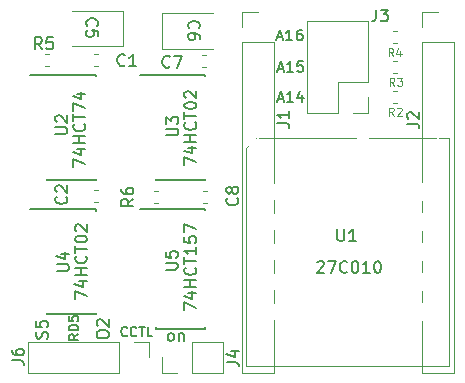
<source format=gto>
G04 #@! TF.GenerationSoftware,KiCad,Pcbnew,(5.1.0)-1*
G04 #@! TF.CreationDate,2021-03-07T20:54:59+01:00*
G04 #@! TF.ProjectId,Atari OSS Cartridge,41746172-6920-44f5-9353-204361727472,rev?*
G04 #@! TF.SameCoordinates,Original*
G04 #@! TF.FileFunction,Legend,Top*
G04 #@! TF.FilePolarity,Positive*
%FSLAX46Y46*%
G04 Gerber Fmt 4.6, Leading zero omitted, Abs format (unit mm)*
G04 Created by KiCad (PCBNEW (5.1.0)-1) date 2021-03-07 20:54:59*
%MOMM*%
%LPD*%
G04 APERTURE LIST*
%ADD10C,0.150000*%
%ADD11C,0.120000*%
%ADD12C,0.100000*%
%ADD13C,1.052000*%
%ADD14C,1.602000*%
%ADD15R,1.602000X0.702000*%
%ADD16C,1.524400*%
%ADD17R,1.524400X1.524400*%
%ADD18O,1.802000X1.802000*%
%ADD19R,1.802000X1.802000*%
G04 APERTURE END LIST*
D10*
X131326071Y-92860000D02*
X131754642Y-92860000D01*
X131240357Y-93117142D02*
X131540357Y-92217142D01*
X131840357Y-93117142D01*
X132611785Y-93117142D02*
X132097500Y-93117142D01*
X132354642Y-93117142D02*
X132354642Y-92217142D01*
X132268928Y-92345714D01*
X132183214Y-92431428D01*
X132097500Y-92474285D01*
X133383214Y-92517142D02*
X133383214Y-93117142D01*
X133168928Y-92174285D02*
X132954642Y-92817142D01*
X133511785Y-92817142D01*
X131326071Y-90320000D02*
X131754642Y-90320000D01*
X131240357Y-90577142D02*
X131540357Y-89677142D01*
X131840357Y-90577142D01*
X132611785Y-90577142D02*
X132097500Y-90577142D01*
X132354642Y-90577142D02*
X132354642Y-89677142D01*
X132268928Y-89805714D01*
X132183214Y-89891428D01*
X132097500Y-89934285D01*
X133426071Y-89677142D02*
X132997500Y-89677142D01*
X132954642Y-90105714D01*
X132997500Y-90062857D01*
X133083214Y-90020000D01*
X133297500Y-90020000D01*
X133383214Y-90062857D01*
X133426071Y-90105714D01*
X133468928Y-90191428D01*
X133468928Y-90405714D01*
X133426071Y-90491428D01*
X133383214Y-90534285D01*
X133297500Y-90577142D01*
X133083214Y-90577142D01*
X132997500Y-90534285D01*
X132954642Y-90491428D01*
X131262571Y-87653000D02*
X131691142Y-87653000D01*
X131176857Y-87910142D02*
X131476857Y-87010142D01*
X131776857Y-87910142D01*
X132548285Y-87910142D02*
X132034000Y-87910142D01*
X132291142Y-87910142D02*
X132291142Y-87010142D01*
X132205428Y-87138714D01*
X132119714Y-87224428D01*
X132034000Y-87267285D01*
X133319714Y-87010142D02*
X133148285Y-87010142D01*
X133062571Y-87053000D01*
X133019714Y-87095857D01*
X132934000Y-87224428D01*
X132891142Y-87395857D01*
X132891142Y-87738714D01*
X132934000Y-87824428D01*
X132976857Y-87867285D01*
X133062571Y-87910142D01*
X133234000Y-87910142D01*
X133319714Y-87867285D01*
X133362571Y-87824428D01*
X133405428Y-87738714D01*
X133405428Y-87524428D01*
X133362571Y-87438714D01*
X133319714Y-87395857D01*
X133234000Y-87353000D01*
X133062571Y-87353000D01*
X132976857Y-87395857D01*
X132934000Y-87438714D01*
X132891142Y-87524428D01*
X122158190Y-113355380D02*
X122062952Y-113307761D01*
X122015333Y-113260142D01*
X121967714Y-113164904D01*
X121967714Y-112879190D01*
X122015333Y-112783952D01*
X122062952Y-112736333D01*
X122158190Y-112688714D01*
X122301047Y-112688714D01*
X122396285Y-112736333D01*
X122443904Y-112783952D01*
X122491523Y-112879190D01*
X122491523Y-113164904D01*
X122443904Y-113260142D01*
X122396285Y-113307761D01*
X122301047Y-113355380D01*
X122158190Y-113355380D01*
X122920095Y-112688714D02*
X122920095Y-113355380D01*
X122920095Y-112783952D02*
X122967714Y-112736333D01*
X123062952Y-112688714D01*
X123205809Y-112688714D01*
X123301047Y-112736333D01*
X123348666Y-112831571D01*
X123348666Y-113355380D01*
X118535547Y-112871214D02*
X118497452Y-112909309D01*
X118383166Y-112947404D01*
X118306976Y-112947404D01*
X118192690Y-112909309D01*
X118116500Y-112833119D01*
X118078404Y-112756928D01*
X118040309Y-112604547D01*
X118040309Y-112490261D01*
X118078404Y-112337880D01*
X118116500Y-112261690D01*
X118192690Y-112185500D01*
X118306976Y-112147404D01*
X118383166Y-112147404D01*
X118497452Y-112185500D01*
X118535547Y-112223595D01*
X119335547Y-112871214D02*
X119297452Y-112909309D01*
X119183166Y-112947404D01*
X119106976Y-112947404D01*
X118992690Y-112909309D01*
X118916500Y-112833119D01*
X118878404Y-112756928D01*
X118840309Y-112604547D01*
X118840309Y-112490261D01*
X118878404Y-112337880D01*
X118916500Y-112261690D01*
X118992690Y-112185500D01*
X119106976Y-112147404D01*
X119183166Y-112147404D01*
X119297452Y-112185500D01*
X119335547Y-112223595D01*
X119564119Y-112147404D02*
X120021261Y-112147404D01*
X119792690Y-112947404D02*
X119792690Y-112147404D01*
X120668880Y-112947404D02*
X120287928Y-112947404D01*
X120287928Y-112147404D01*
X115974880Y-112902928D02*
X115974880Y-112712452D01*
X116022500Y-112617214D01*
X116117738Y-112521976D01*
X116308214Y-112474357D01*
X116641547Y-112474357D01*
X116832023Y-112521976D01*
X116927261Y-112617214D01*
X116974880Y-112712452D01*
X116974880Y-112902928D01*
X116927261Y-112998166D01*
X116832023Y-113093404D01*
X116641547Y-113141023D01*
X116308214Y-113141023D01*
X116117738Y-113093404D01*
X116022500Y-112998166D01*
X115974880Y-112902928D01*
X116070119Y-112093404D02*
X116022500Y-112045785D01*
X115974880Y-111950547D01*
X115974880Y-111712452D01*
X116022500Y-111617214D01*
X116070119Y-111569595D01*
X116165357Y-111521976D01*
X116260595Y-111521976D01*
X116403452Y-111569595D01*
X116974880Y-112141023D01*
X116974880Y-111521976D01*
X114407904Y-112801333D02*
X114026952Y-113068000D01*
X114407904Y-113258476D02*
X113607904Y-113258476D01*
X113607904Y-112953714D01*
X113646000Y-112877523D01*
X113684095Y-112839428D01*
X113760285Y-112801333D01*
X113874571Y-112801333D01*
X113950761Y-112839428D01*
X113988857Y-112877523D01*
X114026952Y-112953714D01*
X114026952Y-113258476D01*
X114407904Y-112458476D02*
X113607904Y-112458476D01*
X113607904Y-112268000D01*
X113646000Y-112153714D01*
X113722190Y-112077523D01*
X113798380Y-112039428D01*
X113950761Y-112001333D01*
X114065047Y-112001333D01*
X114217428Y-112039428D01*
X114293619Y-112077523D01*
X114369809Y-112153714D01*
X114407904Y-112268000D01*
X114407904Y-112458476D01*
X113607904Y-111277523D02*
X113607904Y-111658476D01*
X113988857Y-111696571D01*
X113950761Y-111658476D01*
X113912666Y-111582285D01*
X113912666Y-111391809D01*
X113950761Y-111315619D01*
X113988857Y-111277523D01*
X114065047Y-111239428D01*
X114255523Y-111239428D01*
X114331714Y-111277523D01*
X114369809Y-111315619D01*
X114407904Y-111391809D01*
X114407904Y-111582285D01*
X114369809Y-111658476D01*
X114331714Y-111696571D01*
X111783761Y-113156904D02*
X111831380Y-113014047D01*
X111831380Y-112775952D01*
X111783761Y-112680714D01*
X111736142Y-112633095D01*
X111640904Y-112585476D01*
X111545666Y-112585476D01*
X111450428Y-112633095D01*
X111402809Y-112680714D01*
X111355190Y-112775952D01*
X111307571Y-112966428D01*
X111259952Y-113061666D01*
X111212333Y-113109285D01*
X111117095Y-113156904D01*
X111021857Y-113156904D01*
X110926619Y-113109285D01*
X110879000Y-113061666D01*
X110831380Y-112966428D01*
X110831380Y-112728333D01*
X110879000Y-112585476D01*
X110831380Y-111680714D02*
X110831380Y-112156904D01*
X111307571Y-112204523D01*
X111259952Y-112156904D01*
X111212333Y-112061666D01*
X111212333Y-111823571D01*
X111259952Y-111728333D01*
X111307571Y-111680714D01*
X111402809Y-111633095D01*
X111640904Y-111633095D01*
X111736142Y-111680714D01*
X111783761Y-111728333D01*
X111831380Y-111823571D01*
X111831380Y-112061666D01*
X111783761Y-112156904D01*
X111736142Y-112204523D01*
X123404380Y-110767357D02*
X123404380Y-110100690D01*
X124404380Y-110529261D01*
X123737714Y-109291166D02*
X124404380Y-109291166D01*
X123356761Y-109529261D02*
X124071047Y-109767357D01*
X124071047Y-109148309D01*
X124404380Y-108767357D02*
X123404380Y-108767357D01*
X123880571Y-108767357D02*
X123880571Y-108195928D01*
X124404380Y-108195928D02*
X123404380Y-108195928D01*
X124309142Y-107148309D02*
X124356761Y-107195928D01*
X124404380Y-107338785D01*
X124404380Y-107434023D01*
X124356761Y-107576880D01*
X124261523Y-107672119D01*
X124166285Y-107719738D01*
X123975809Y-107767357D01*
X123832952Y-107767357D01*
X123642476Y-107719738D01*
X123547238Y-107672119D01*
X123452000Y-107576880D01*
X123404380Y-107434023D01*
X123404380Y-107338785D01*
X123452000Y-107195928D01*
X123499619Y-107148309D01*
X123404380Y-106862595D02*
X123404380Y-106291166D01*
X124404380Y-106576880D02*
X123404380Y-106576880D01*
X124404380Y-105434023D02*
X124404380Y-106005452D01*
X124404380Y-105719738D02*
X123404380Y-105719738D01*
X123547238Y-105814976D01*
X123642476Y-105910214D01*
X123690095Y-106005452D01*
X123404380Y-104529261D02*
X123404380Y-105005452D01*
X123880571Y-105053071D01*
X123832952Y-105005452D01*
X123785333Y-104910214D01*
X123785333Y-104672119D01*
X123832952Y-104576880D01*
X123880571Y-104529261D01*
X123975809Y-104481642D01*
X124213904Y-104481642D01*
X124309142Y-104529261D01*
X124356761Y-104576880D01*
X124404380Y-104672119D01*
X124404380Y-104910214D01*
X124356761Y-105005452D01*
X124309142Y-105053071D01*
X123404380Y-104148309D02*
X123404380Y-103481642D01*
X124404380Y-103910214D01*
X114133380Y-109783166D02*
X114133380Y-109116500D01*
X115133380Y-109545071D01*
X114466714Y-108306976D02*
X115133380Y-108306976D01*
X114085761Y-108545071D02*
X114800047Y-108783166D01*
X114800047Y-108164119D01*
X115133380Y-107783166D02*
X114133380Y-107783166D01*
X114609571Y-107783166D02*
X114609571Y-107211738D01*
X115133380Y-107211738D02*
X114133380Y-107211738D01*
X115038142Y-106164119D02*
X115085761Y-106211738D01*
X115133380Y-106354595D01*
X115133380Y-106449833D01*
X115085761Y-106592690D01*
X114990523Y-106687928D01*
X114895285Y-106735547D01*
X114704809Y-106783166D01*
X114561952Y-106783166D01*
X114371476Y-106735547D01*
X114276238Y-106687928D01*
X114181000Y-106592690D01*
X114133380Y-106449833D01*
X114133380Y-106354595D01*
X114181000Y-106211738D01*
X114228619Y-106164119D01*
X114133380Y-105878404D02*
X114133380Y-105306976D01*
X115133380Y-105592690D02*
X114133380Y-105592690D01*
X114133380Y-104783166D02*
X114133380Y-104687928D01*
X114181000Y-104592690D01*
X114228619Y-104545071D01*
X114323857Y-104497452D01*
X114514333Y-104449833D01*
X114752428Y-104449833D01*
X114942904Y-104497452D01*
X115038142Y-104545071D01*
X115085761Y-104592690D01*
X115133380Y-104687928D01*
X115133380Y-104783166D01*
X115085761Y-104878404D01*
X115038142Y-104926023D01*
X114942904Y-104973642D01*
X114752428Y-105021261D01*
X114514333Y-105021261D01*
X114323857Y-104973642D01*
X114228619Y-104926023D01*
X114181000Y-104878404D01*
X114133380Y-104783166D01*
X114228619Y-104068880D02*
X114181000Y-104021261D01*
X114133380Y-103926023D01*
X114133380Y-103687928D01*
X114181000Y-103592690D01*
X114228619Y-103545071D01*
X114323857Y-103497452D01*
X114419095Y-103497452D01*
X114561952Y-103545071D01*
X115133380Y-104116500D01*
X115133380Y-103497452D01*
X123404380Y-98480166D02*
X123404380Y-97813500D01*
X124404380Y-98242071D01*
X123737714Y-97003976D02*
X124404380Y-97003976D01*
X123356761Y-97242071D02*
X124071047Y-97480166D01*
X124071047Y-96861119D01*
X124404380Y-96480166D02*
X123404380Y-96480166D01*
X123880571Y-96480166D02*
X123880571Y-95908738D01*
X124404380Y-95908738D02*
X123404380Y-95908738D01*
X124309142Y-94861119D02*
X124356761Y-94908738D01*
X124404380Y-95051595D01*
X124404380Y-95146833D01*
X124356761Y-95289690D01*
X124261523Y-95384928D01*
X124166285Y-95432547D01*
X123975809Y-95480166D01*
X123832952Y-95480166D01*
X123642476Y-95432547D01*
X123547238Y-95384928D01*
X123452000Y-95289690D01*
X123404380Y-95146833D01*
X123404380Y-95051595D01*
X123452000Y-94908738D01*
X123499619Y-94861119D01*
X123404380Y-94575404D02*
X123404380Y-94003976D01*
X124404380Y-94289690D02*
X123404380Y-94289690D01*
X123404380Y-93480166D02*
X123404380Y-93384928D01*
X123452000Y-93289690D01*
X123499619Y-93242071D01*
X123594857Y-93194452D01*
X123785333Y-93146833D01*
X124023428Y-93146833D01*
X124213904Y-93194452D01*
X124309142Y-93242071D01*
X124356761Y-93289690D01*
X124404380Y-93384928D01*
X124404380Y-93480166D01*
X124356761Y-93575404D01*
X124309142Y-93623023D01*
X124213904Y-93670642D01*
X124023428Y-93718261D01*
X123785333Y-93718261D01*
X123594857Y-93670642D01*
X123499619Y-93623023D01*
X123452000Y-93575404D01*
X123404380Y-93480166D01*
X123499619Y-92765880D02*
X123452000Y-92718261D01*
X123404380Y-92623023D01*
X123404380Y-92384928D01*
X123452000Y-92289690D01*
X123499619Y-92242071D01*
X123594857Y-92194452D01*
X123690095Y-92194452D01*
X123832952Y-92242071D01*
X124404380Y-92813500D01*
X124404380Y-92194452D01*
X114006380Y-98607166D02*
X114006380Y-97940500D01*
X115006380Y-98369071D01*
X114339714Y-97130976D02*
X115006380Y-97130976D01*
X113958761Y-97369071D02*
X114673047Y-97607166D01*
X114673047Y-96988119D01*
X115006380Y-96607166D02*
X114006380Y-96607166D01*
X114482571Y-96607166D02*
X114482571Y-96035738D01*
X115006380Y-96035738D02*
X114006380Y-96035738D01*
X114911142Y-94988119D02*
X114958761Y-95035738D01*
X115006380Y-95178595D01*
X115006380Y-95273833D01*
X114958761Y-95416690D01*
X114863523Y-95511928D01*
X114768285Y-95559547D01*
X114577809Y-95607166D01*
X114434952Y-95607166D01*
X114244476Y-95559547D01*
X114149238Y-95511928D01*
X114054000Y-95416690D01*
X114006380Y-95273833D01*
X114006380Y-95178595D01*
X114054000Y-95035738D01*
X114101619Y-94988119D01*
X114006380Y-94702404D02*
X114006380Y-94130976D01*
X115006380Y-94416690D02*
X114006380Y-94416690D01*
X114006380Y-93892880D02*
X114006380Y-93226214D01*
X115006380Y-93654785D01*
X114339714Y-92416690D02*
X115006380Y-92416690D01*
X113958761Y-92654785D02*
X114673047Y-92892880D01*
X114673047Y-92273833D01*
X134647323Y-106684819D02*
X134694942Y-106637200D01*
X134790180Y-106589580D01*
X135028276Y-106589580D01*
X135123514Y-106637200D01*
X135171133Y-106684819D01*
X135218752Y-106780057D01*
X135218752Y-106875295D01*
X135171133Y-107018152D01*
X134599704Y-107589580D01*
X135218752Y-107589580D01*
X135552085Y-106589580D02*
X136218752Y-106589580D01*
X135790180Y-107589580D01*
X137171133Y-107494342D02*
X137123514Y-107541961D01*
X136980657Y-107589580D01*
X136885419Y-107589580D01*
X136742561Y-107541961D01*
X136647323Y-107446723D01*
X136599704Y-107351485D01*
X136552085Y-107161009D01*
X136552085Y-107018152D01*
X136599704Y-106827676D01*
X136647323Y-106732438D01*
X136742561Y-106637200D01*
X136885419Y-106589580D01*
X136980657Y-106589580D01*
X137123514Y-106637200D01*
X137171133Y-106684819D01*
X137790180Y-106589580D02*
X137885419Y-106589580D01*
X137980657Y-106637200D01*
X138028276Y-106684819D01*
X138075895Y-106780057D01*
X138123514Y-106970533D01*
X138123514Y-107208628D01*
X138075895Y-107399104D01*
X138028276Y-107494342D01*
X137980657Y-107541961D01*
X137885419Y-107589580D01*
X137790180Y-107589580D01*
X137694942Y-107541961D01*
X137647323Y-107494342D01*
X137599704Y-107399104D01*
X137552085Y-107208628D01*
X137552085Y-106970533D01*
X137599704Y-106780057D01*
X137647323Y-106684819D01*
X137694942Y-106637200D01*
X137790180Y-106589580D01*
X139075895Y-107589580D02*
X138504466Y-107589580D01*
X138790180Y-107589580D02*
X138790180Y-106589580D01*
X138694942Y-106732438D01*
X138599704Y-106827676D01*
X138504466Y-106875295D01*
X139694942Y-106589580D02*
X139790180Y-106589580D01*
X139885419Y-106637200D01*
X139933038Y-106684819D01*
X139980657Y-106780057D01*
X140028276Y-106970533D01*
X140028276Y-107208628D01*
X139980657Y-107399104D01*
X139933038Y-107494342D01*
X139885419Y-107541961D01*
X139790180Y-107589580D01*
X139694942Y-107589580D01*
X139599704Y-107541961D01*
X139552085Y-107494342D01*
X139504466Y-107399104D01*
X139456847Y-107208628D01*
X139456847Y-106970533D01*
X139504466Y-106780057D01*
X139552085Y-106684819D01*
X139599704Y-106637200D01*
X139694942Y-106589580D01*
D11*
X125291667Y-100632800D02*
X124949133Y-100632800D01*
X125291667Y-101652800D02*
X124949133Y-101652800D01*
X116046067Y-100607400D02*
X115703533Y-100607400D01*
X116046067Y-101627400D02*
X115703533Y-101627400D01*
X118230400Y-85408800D02*
X113845400Y-85408800D01*
X118230400Y-88428800D02*
X118230400Y-85408800D01*
X113845400Y-88428800D02*
X118230400Y-88428800D01*
D10*
X120988000Y-90850400D02*
X119613000Y-90850400D01*
X120988000Y-99725400D02*
X125138000Y-99725400D01*
X120988000Y-90825400D02*
X125138000Y-90825400D01*
X120988000Y-99725400D02*
X120988000Y-99610400D01*
X125138000Y-99725400D02*
X125138000Y-99610400D01*
X125138000Y-90825400D02*
X125138000Y-90940400D01*
X120988000Y-90825400D02*
X120988000Y-90850400D01*
X111742400Y-102229600D02*
X110367400Y-102229600D01*
X111742400Y-111104600D02*
X115892400Y-111104600D01*
X111742400Y-102204600D02*
X115892400Y-102204600D01*
X111742400Y-111104600D02*
X111742400Y-110989600D01*
X115892400Y-111104600D02*
X115892400Y-110989600D01*
X115892400Y-102204600D02*
X115892400Y-102319600D01*
X111742400Y-102204600D02*
X111742400Y-102229600D01*
X120988000Y-102188800D02*
X119613000Y-102188800D01*
X120988000Y-112313800D02*
X125138000Y-112313800D01*
X120988000Y-102163800D02*
X125138000Y-102163800D01*
X120988000Y-112313800D02*
X120988000Y-112208800D01*
X125138000Y-112313800D02*
X125138000Y-112208800D01*
X125138000Y-102163800D02*
X125138000Y-102268800D01*
X120988000Y-102163800D02*
X120988000Y-102188800D01*
D11*
X145821400Y-96215200D02*
X139014200Y-96215200D01*
X145821400Y-115519200D02*
X145821400Y-96215200D01*
X128651000Y-115519200D02*
X145821400Y-115519200D01*
X128651000Y-97028000D02*
X128651000Y-115519200D01*
X129463800Y-96215200D02*
X137896600Y-96215200D01*
X128651000Y-97028000D02*
X129463800Y-96215200D01*
X121176867Y-100632800D02*
X120834333Y-100632800D01*
X121176867Y-101652800D02*
X120834333Y-101652800D01*
X111931267Y-89101200D02*
X111588733Y-89101200D01*
X111931267Y-90121200D02*
X111588733Y-90121200D01*
X141369867Y-87120000D02*
X141027333Y-87120000D01*
X141369867Y-88140000D02*
X141027333Y-88140000D01*
X120430600Y-113427200D02*
X120430600Y-114757200D01*
X119100600Y-113427200D02*
X120430600Y-113427200D01*
X117830600Y-113427200D02*
X117830600Y-116087200D01*
X117830600Y-116087200D02*
X110150600Y-116087200D01*
X117830600Y-113427200D02*
X110150600Y-113427200D01*
X110150600Y-113427200D02*
X110150600Y-116087200D01*
X121479000Y-116087200D02*
X121479000Y-114757200D01*
X122809000Y-116087200D02*
X121479000Y-116087200D01*
X124079000Y-116087200D02*
X124079000Y-113427200D01*
X124079000Y-113427200D02*
X126679000Y-113427200D01*
X124079000Y-116087200D02*
X126679000Y-116087200D01*
X126679000Y-116087200D02*
X126679000Y-113427200D01*
X138972600Y-94040000D02*
X137642600Y-94040000D01*
X138972600Y-92710000D02*
X138972600Y-94040000D01*
X136372600Y-94040000D02*
X133772600Y-94040000D01*
X136372600Y-91440000D02*
X136372600Y-94040000D01*
X138972600Y-91440000D02*
X136372600Y-91440000D01*
X133772600Y-94040000D02*
X133772600Y-86300000D01*
X138972600Y-91440000D02*
X138972600Y-86300000D01*
X138972600Y-86300000D02*
X133772600Y-86300000D01*
X125266267Y-89126600D02*
X124923733Y-89126600D01*
X125266267Y-90146600D02*
X124923733Y-90146600D01*
X121469400Y-88606600D02*
X125854400Y-88606600D01*
X121469400Y-85586600D02*
X121469400Y-88606600D01*
X125854400Y-85586600D02*
X121469400Y-85586600D01*
X116046067Y-89101200D02*
X115703533Y-89101200D01*
X116046067Y-90121200D02*
X115703533Y-90121200D01*
X141395267Y-89660000D02*
X141052733Y-89660000D01*
X141395267Y-90680000D02*
X141052733Y-90680000D01*
X141395267Y-92200000D02*
X141052733Y-92200000D01*
X141395267Y-93220000D02*
X141052733Y-93220000D01*
D10*
X111742400Y-90850400D02*
X110367400Y-90850400D01*
X111742400Y-99725400D02*
X115892400Y-99725400D01*
X111742400Y-90825400D02*
X115892400Y-90825400D01*
X111742400Y-99725400D02*
X111742400Y-99610400D01*
X115892400Y-99725400D02*
X115892400Y-99610400D01*
X115892400Y-90825400D02*
X115892400Y-90940400D01*
X111742400Y-90825400D02*
X111742400Y-90850400D01*
D11*
X128286200Y-85487200D02*
X129616200Y-85487200D01*
X128286200Y-86817200D02*
X128286200Y-85487200D01*
X128286200Y-88087200D02*
X130946200Y-88087200D01*
X130946200Y-88087200D02*
X130946200Y-116087200D01*
X128286200Y-88087200D02*
X128286200Y-116087200D01*
X128286200Y-116087200D02*
X130946200Y-116087200D01*
X143526200Y-85487200D02*
X144856200Y-85487200D01*
X143526200Y-86817200D02*
X143526200Y-85487200D01*
X143526200Y-88087200D02*
X146186200Y-88087200D01*
X146186200Y-88087200D02*
X146186200Y-116087200D01*
X143526200Y-88087200D02*
X143526200Y-116087200D01*
X143526200Y-116087200D02*
X146186200Y-116087200D01*
D10*
X127865142Y-101258666D02*
X127912761Y-101306285D01*
X127960380Y-101449142D01*
X127960380Y-101544380D01*
X127912761Y-101687238D01*
X127817523Y-101782476D01*
X127722285Y-101830095D01*
X127531809Y-101877714D01*
X127388952Y-101877714D01*
X127198476Y-101830095D01*
X127103238Y-101782476D01*
X127008000Y-101687238D01*
X126960380Y-101544380D01*
X126960380Y-101449142D01*
X127008000Y-101306285D01*
X127055619Y-101258666D01*
X127388952Y-100687238D02*
X127341333Y-100782476D01*
X127293714Y-100830095D01*
X127198476Y-100877714D01*
X127150857Y-100877714D01*
X127055619Y-100830095D01*
X127008000Y-100782476D01*
X126960380Y-100687238D01*
X126960380Y-100496761D01*
X127008000Y-100401523D01*
X127055619Y-100353904D01*
X127150857Y-100306285D01*
X127198476Y-100306285D01*
X127293714Y-100353904D01*
X127341333Y-100401523D01*
X127388952Y-100496761D01*
X127388952Y-100687238D01*
X127436571Y-100782476D01*
X127484190Y-100830095D01*
X127579428Y-100877714D01*
X127769904Y-100877714D01*
X127865142Y-100830095D01*
X127912761Y-100782476D01*
X127960380Y-100687238D01*
X127960380Y-100496761D01*
X127912761Y-100401523D01*
X127865142Y-100353904D01*
X127769904Y-100306285D01*
X127579428Y-100306285D01*
X127484190Y-100353904D01*
X127436571Y-100401523D01*
X127388952Y-100496761D01*
X113387142Y-101131666D02*
X113434761Y-101179285D01*
X113482380Y-101322142D01*
X113482380Y-101417380D01*
X113434761Y-101560238D01*
X113339523Y-101655476D01*
X113244285Y-101703095D01*
X113053809Y-101750714D01*
X112910952Y-101750714D01*
X112720476Y-101703095D01*
X112625238Y-101655476D01*
X112530000Y-101560238D01*
X112482380Y-101417380D01*
X112482380Y-101322142D01*
X112530000Y-101179285D01*
X112577619Y-101131666D01*
X112577619Y-100750714D02*
X112530000Y-100703095D01*
X112482380Y-100607857D01*
X112482380Y-100369761D01*
X112530000Y-100274523D01*
X112577619Y-100226904D01*
X112672857Y-100179285D01*
X112768095Y-100179285D01*
X112910952Y-100226904D01*
X113482380Y-100798333D01*
X113482380Y-100179285D01*
X115187457Y-86675933D02*
X115139838Y-86628314D01*
X115092219Y-86485457D01*
X115092219Y-86390219D01*
X115139838Y-86247361D01*
X115235076Y-86152123D01*
X115330314Y-86104504D01*
X115520790Y-86056885D01*
X115663647Y-86056885D01*
X115854123Y-86104504D01*
X115949361Y-86152123D01*
X116044600Y-86247361D01*
X116092219Y-86390219D01*
X116092219Y-86485457D01*
X116044600Y-86628314D01*
X115996980Y-86675933D01*
X116092219Y-87580695D02*
X116092219Y-87104504D01*
X115616028Y-87056885D01*
X115663647Y-87104504D01*
X115711266Y-87199742D01*
X115711266Y-87437838D01*
X115663647Y-87533076D01*
X115616028Y-87580695D01*
X115520790Y-87628314D01*
X115282695Y-87628314D01*
X115187457Y-87580695D01*
X115139838Y-87533076D01*
X115092219Y-87437838D01*
X115092219Y-87199742D01*
X115139838Y-87104504D01*
X115187457Y-87056885D01*
X121880380Y-95948404D02*
X122689904Y-95948404D01*
X122785142Y-95900785D01*
X122832761Y-95853166D01*
X122880380Y-95757928D01*
X122880380Y-95567452D01*
X122832761Y-95472214D01*
X122785142Y-95424595D01*
X122689904Y-95376976D01*
X121880380Y-95376976D01*
X121880380Y-94996023D02*
X121880380Y-94376976D01*
X122261333Y-94710309D01*
X122261333Y-94567452D01*
X122308952Y-94472214D01*
X122356571Y-94424595D01*
X122451809Y-94376976D01*
X122689904Y-94376976D01*
X122785142Y-94424595D01*
X122832761Y-94472214D01*
X122880380Y-94567452D01*
X122880380Y-94853166D01*
X122832761Y-94948404D01*
X122785142Y-94996023D01*
X112609380Y-107441904D02*
X113418904Y-107441904D01*
X113514142Y-107394285D01*
X113561761Y-107346666D01*
X113609380Y-107251428D01*
X113609380Y-107060952D01*
X113561761Y-106965714D01*
X113514142Y-106918095D01*
X113418904Y-106870476D01*
X112609380Y-106870476D01*
X112942714Y-105965714D02*
X113609380Y-105965714D01*
X112561761Y-106203809D02*
X113276047Y-106441904D01*
X113276047Y-105822857D01*
X121816880Y-107314904D02*
X122626404Y-107314904D01*
X122721642Y-107267285D01*
X122769261Y-107219666D01*
X122816880Y-107124428D01*
X122816880Y-106933952D01*
X122769261Y-106838714D01*
X122721642Y-106791095D01*
X122626404Y-106743476D01*
X121816880Y-106743476D01*
X121816880Y-105791095D02*
X121816880Y-106267285D01*
X122293071Y-106314904D01*
X122245452Y-106267285D01*
X122197833Y-106172047D01*
X122197833Y-105933952D01*
X122245452Y-105838714D01*
X122293071Y-105791095D01*
X122388309Y-105743476D01*
X122626404Y-105743476D01*
X122721642Y-105791095D01*
X122769261Y-105838714D01*
X122816880Y-105933952D01*
X122816880Y-106172047D01*
X122769261Y-106267285D01*
X122721642Y-106314904D01*
X136347295Y-103897180D02*
X136347295Y-104706704D01*
X136394914Y-104801942D01*
X136442533Y-104849561D01*
X136537771Y-104897180D01*
X136728247Y-104897180D01*
X136823485Y-104849561D01*
X136871104Y-104801942D01*
X136918723Y-104706704D01*
X136918723Y-103897180D01*
X137918723Y-104897180D02*
X137347295Y-104897180D01*
X137633009Y-104897180D02*
X137633009Y-103897180D01*
X137537771Y-104040038D01*
X137442533Y-104135276D01*
X137347295Y-104182895D01*
X119070380Y-101322166D02*
X118594190Y-101655500D01*
X119070380Y-101893595D02*
X118070380Y-101893595D01*
X118070380Y-101512642D01*
X118118000Y-101417404D01*
X118165619Y-101369785D01*
X118260857Y-101322166D01*
X118403714Y-101322166D01*
X118498952Y-101369785D01*
X118546571Y-101417404D01*
X118594190Y-101512642D01*
X118594190Y-101893595D01*
X118070380Y-100465023D02*
X118070380Y-100655500D01*
X118118000Y-100750738D01*
X118165619Y-100798357D01*
X118308476Y-100893595D01*
X118498952Y-100941214D01*
X118879904Y-100941214D01*
X118975142Y-100893595D01*
X119022761Y-100845976D01*
X119070380Y-100750738D01*
X119070380Y-100560261D01*
X119022761Y-100465023D01*
X118975142Y-100417404D01*
X118879904Y-100369785D01*
X118641809Y-100369785D01*
X118546571Y-100417404D01*
X118498952Y-100465023D01*
X118451333Y-100560261D01*
X118451333Y-100750738D01*
X118498952Y-100845976D01*
X118546571Y-100893595D01*
X118641809Y-100941214D01*
X111339333Y-88653880D02*
X111006000Y-88177690D01*
X110767904Y-88653880D02*
X110767904Y-87653880D01*
X111148857Y-87653880D01*
X111244095Y-87701500D01*
X111291714Y-87749119D01*
X111339333Y-87844357D01*
X111339333Y-87987214D01*
X111291714Y-88082452D01*
X111244095Y-88130071D01*
X111148857Y-88177690D01*
X110767904Y-88177690D01*
X112244095Y-87653880D02*
X111767904Y-87653880D01*
X111720285Y-88130071D01*
X111767904Y-88082452D01*
X111863142Y-88034833D01*
X112101238Y-88034833D01*
X112196476Y-88082452D01*
X112244095Y-88130071D01*
X112291714Y-88225309D01*
X112291714Y-88463404D01*
X112244095Y-88558642D01*
X112196476Y-88606261D01*
X112101238Y-88653880D01*
X111863142Y-88653880D01*
X111767904Y-88606261D01*
X111720285Y-88558642D01*
D11*
X141081933Y-89267466D02*
X140848600Y-88934133D01*
X140681933Y-89267466D02*
X140681933Y-88567466D01*
X140948600Y-88567466D01*
X141015266Y-88600800D01*
X141048600Y-88634133D01*
X141081933Y-88700800D01*
X141081933Y-88800800D01*
X141048600Y-88867466D01*
X141015266Y-88900800D01*
X140948600Y-88934133D01*
X140681933Y-88934133D01*
X141681933Y-88800800D02*
X141681933Y-89267466D01*
X141515266Y-88534133D02*
X141348600Y-89034133D01*
X141781933Y-89034133D01*
D10*
X108799380Y-115014333D02*
X109513666Y-115014333D01*
X109656523Y-115061952D01*
X109751761Y-115157190D01*
X109799380Y-115300047D01*
X109799380Y-115395285D01*
X108799380Y-114109571D02*
X108799380Y-114300047D01*
X108847000Y-114395285D01*
X108894619Y-114442904D01*
X109037476Y-114538142D01*
X109227952Y-114585761D01*
X109608904Y-114585761D01*
X109704142Y-114538142D01*
X109751761Y-114490523D01*
X109799380Y-114395285D01*
X109799380Y-114204809D01*
X109751761Y-114109571D01*
X109704142Y-114061952D01*
X109608904Y-114014333D01*
X109370809Y-114014333D01*
X109275571Y-114061952D01*
X109227952Y-114109571D01*
X109180333Y-114204809D01*
X109180333Y-114395285D01*
X109227952Y-114490523D01*
X109275571Y-114538142D01*
X109370809Y-114585761D01*
X126985780Y-115141333D02*
X127700066Y-115141333D01*
X127842923Y-115188952D01*
X127938161Y-115284190D01*
X127985780Y-115427047D01*
X127985780Y-115522285D01*
X127319114Y-114236571D02*
X127985780Y-114236571D01*
X126938161Y-114474666D02*
X127652447Y-114712761D01*
X127652447Y-114093714D01*
X139620666Y-85304380D02*
X139620666Y-86018666D01*
X139573047Y-86161523D01*
X139477809Y-86256761D01*
X139334952Y-86304380D01*
X139239714Y-86304380D01*
X140001619Y-85304380D02*
X140620666Y-85304380D01*
X140287333Y-85685333D01*
X140430190Y-85685333D01*
X140525428Y-85732952D01*
X140573047Y-85780571D01*
X140620666Y-85875809D01*
X140620666Y-86113904D01*
X140573047Y-86209142D01*
X140525428Y-86256761D01*
X140430190Y-86304380D01*
X140144476Y-86304380D01*
X140049238Y-86256761D01*
X140001619Y-86209142D01*
X122159733Y-90120742D02*
X122112114Y-90168361D01*
X121969257Y-90215980D01*
X121874019Y-90215980D01*
X121731161Y-90168361D01*
X121635923Y-90073123D01*
X121588304Y-89977885D01*
X121540685Y-89787409D01*
X121540685Y-89644552D01*
X121588304Y-89454076D01*
X121635923Y-89358838D01*
X121731161Y-89263600D01*
X121874019Y-89215980D01*
X121969257Y-89215980D01*
X122112114Y-89263600D01*
X122159733Y-89311219D01*
X122493066Y-89215980D02*
X123159733Y-89215980D01*
X122731161Y-90215980D01*
X123798057Y-86904533D02*
X123750438Y-86856914D01*
X123702819Y-86714057D01*
X123702819Y-86618819D01*
X123750438Y-86475961D01*
X123845676Y-86380723D01*
X123940914Y-86333104D01*
X124131390Y-86285485D01*
X124274247Y-86285485D01*
X124464723Y-86333104D01*
X124559961Y-86380723D01*
X124655200Y-86475961D01*
X124702819Y-86618819D01*
X124702819Y-86714057D01*
X124655200Y-86856914D01*
X124607580Y-86904533D01*
X124702819Y-87761676D02*
X124702819Y-87571200D01*
X124655200Y-87475961D01*
X124607580Y-87428342D01*
X124464723Y-87333104D01*
X124274247Y-87285485D01*
X123893295Y-87285485D01*
X123798057Y-87333104D01*
X123750438Y-87380723D01*
X123702819Y-87475961D01*
X123702819Y-87666438D01*
X123750438Y-87761676D01*
X123798057Y-87809295D01*
X123893295Y-87856914D01*
X124131390Y-87856914D01*
X124226628Y-87809295D01*
X124274247Y-87761676D01*
X124321866Y-87666438D01*
X124321866Y-87475961D01*
X124274247Y-87380723D01*
X124226628Y-87333104D01*
X124131390Y-87285485D01*
X118349733Y-89993742D02*
X118302114Y-90041361D01*
X118159257Y-90088980D01*
X118064019Y-90088980D01*
X117921161Y-90041361D01*
X117825923Y-89946123D01*
X117778304Y-89850885D01*
X117730685Y-89660409D01*
X117730685Y-89517552D01*
X117778304Y-89327076D01*
X117825923Y-89231838D01*
X117921161Y-89136600D01*
X118064019Y-89088980D01*
X118159257Y-89088980D01*
X118302114Y-89136600D01*
X118349733Y-89184219D01*
X119302114Y-90088980D02*
X118730685Y-90088980D01*
X119016400Y-90088980D02*
X119016400Y-89088980D01*
X118921161Y-89231838D01*
X118825923Y-89327076D01*
X118730685Y-89374695D01*
D11*
X141183533Y-91756666D02*
X140950200Y-91423333D01*
X140783533Y-91756666D02*
X140783533Y-91056666D01*
X141050200Y-91056666D01*
X141116866Y-91090000D01*
X141150200Y-91123333D01*
X141183533Y-91190000D01*
X141183533Y-91290000D01*
X141150200Y-91356666D01*
X141116866Y-91390000D01*
X141050200Y-91423333D01*
X140783533Y-91423333D01*
X141416866Y-91056666D02*
X141850200Y-91056666D01*
X141616866Y-91323333D01*
X141716866Y-91323333D01*
X141783533Y-91356666D01*
X141816866Y-91390000D01*
X141850200Y-91456666D01*
X141850200Y-91623333D01*
X141816866Y-91690000D01*
X141783533Y-91723333D01*
X141716866Y-91756666D01*
X141516866Y-91756666D01*
X141450200Y-91723333D01*
X141416866Y-91690000D01*
X141132733Y-94296666D02*
X140899400Y-93963333D01*
X140732733Y-94296666D02*
X140732733Y-93596666D01*
X140999400Y-93596666D01*
X141066066Y-93630000D01*
X141099400Y-93663333D01*
X141132733Y-93730000D01*
X141132733Y-93830000D01*
X141099400Y-93896666D01*
X141066066Y-93930000D01*
X140999400Y-93963333D01*
X140732733Y-93963333D01*
X141399400Y-93663333D02*
X141432733Y-93630000D01*
X141499400Y-93596666D01*
X141666066Y-93596666D01*
X141732733Y-93630000D01*
X141766066Y-93663333D01*
X141799400Y-93730000D01*
X141799400Y-93796666D01*
X141766066Y-93896666D01*
X141366066Y-94296666D01*
X141799400Y-94296666D01*
D10*
X112482380Y-95821404D02*
X113291904Y-95821404D01*
X113387142Y-95773785D01*
X113434761Y-95726166D01*
X113482380Y-95630928D01*
X113482380Y-95440452D01*
X113434761Y-95345214D01*
X113387142Y-95297595D01*
X113291904Y-95249976D01*
X112482380Y-95249976D01*
X112577619Y-94821404D02*
X112530000Y-94773785D01*
X112482380Y-94678547D01*
X112482380Y-94440452D01*
X112530000Y-94345214D01*
X112577619Y-94297595D01*
X112672857Y-94249976D01*
X112768095Y-94249976D01*
X112910952Y-94297595D01*
X113482380Y-94869023D01*
X113482380Y-94249976D01*
X131278380Y-94922933D02*
X131992666Y-94922933D01*
X132135523Y-94970552D01*
X132230761Y-95065790D01*
X132278380Y-95208647D01*
X132278380Y-95303885D01*
X132278380Y-93922933D02*
X132278380Y-94494361D01*
X132278380Y-94208647D02*
X131278380Y-94208647D01*
X131421238Y-94303885D01*
X131516476Y-94399123D01*
X131564095Y-94494361D01*
X142276580Y-94973733D02*
X142990866Y-94973733D01*
X143133723Y-95021352D01*
X143228961Y-95116590D01*
X143276580Y-95259447D01*
X143276580Y-95354685D01*
X142371819Y-94545161D02*
X142324200Y-94497542D01*
X142276580Y-94402304D01*
X142276580Y-94164209D01*
X142324200Y-94068971D01*
X142371819Y-94021352D01*
X142467057Y-93973733D01*
X142562295Y-93973733D01*
X142705152Y-94021352D01*
X143276580Y-94592780D01*
X143276580Y-93973733D01*
%LPC*%
D12*
G36*
X124584179Y-100618066D02*
G01*
X124609709Y-100621853D01*
X124634745Y-100628125D01*
X124659046Y-100636820D01*
X124682377Y-100647855D01*
X124704515Y-100661123D01*
X124725245Y-100676498D01*
X124744369Y-100693831D01*
X124761702Y-100712955D01*
X124777077Y-100733685D01*
X124790345Y-100755823D01*
X124801380Y-100779154D01*
X124810075Y-100803455D01*
X124816347Y-100828491D01*
X124820134Y-100854021D01*
X124821400Y-100879800D01*
X124821400Y-101405800D01*
X124820134Y-101431579D01*
X124816347Y-101457109D01*
X124810075Y-101482145D01*
X124801380Y-101506446D01*
X124790345Y-101529777D01*
X124777077Y-101551915D01*
X124761702Y-101572645D01*
X124744369Y-101591769D01*
X124725245Y-101609102D01*
X124704515Y-101624477D01*
X124682377Y-101637745D01*
X124659046Y-101648780D01*
X124634745Y-101657475D01*
X124609709Y-101663747D01*
X124584179Y-101667534D01*
X124558400Y-101668800D01*
X123932400Y-101668800D01*
X123906621Y-101667534D01*
X123881091Y-101663747D01*
X123856055Y-101657475D01*
X123831754Y-101648780D01*
X123808423Y-101637745D01*
X123786285Y-101624477D01*
X123765555Y-101609102D01*
X123746431Y-101591769D01*
X123729098Y-101572645D01*
X123713723Y-101551915D01*
X123700455Y-101529777D01*
X123689420Y-101506446D01*
X123680725Y-101482145D01*
X123674453Y-101457109D01*
X123670666Y-101431579D01*
X123669400Y-101405800D01*
X123669400Y-100879800D01*
X123670666Y-100854021D01*
X123674453Y-100828491D01*
X123680725Y-100803455D01*
X123689420Y-100779154D01*
X123700455Y-100755823D01*
X123713723Y-100733685D01*
X123729098Y-100712955D01*
X123746431Y-100693831D01*
X123765555Y-100676498D01*
X123786285Y-100661123D01*
X123808423Y-100647855D01*
X123831754Y-100636820D01*
X123856055Y-100628125D01*
X123881091Y-100621853D01*
X123906621Y-100618066D01*
X123932400Y-100616800D01*
X124558400Y-100616800D01*
X124584179Y-100618066D01*
X124584179Y-100618066D01*
G37*
D13*
X124245400Y-101142800D03*
D12*
G36*
X126334179Y-100618066D02*
G01*
X126359709Y-100621853D01*
X126384745Y-100628125D01*
X126409046Y-100636820D01*
X126432377Y-100647855D01*
X126454515Y-100661123D01*
X126475245Y-100676498D01*
X126494369Y-100693831D01*
X126511702Y-100712955D01*
X126527077Y-100733685D01*
X126540345Y-100755823D01*
X126551380Y-100779154D01*
X126560075Y-100803455D01*
X126566347Y-100828491D01*
X126570134Y-100854021D01*
X126571400Y-100879800D01*
X126571400Y-101405800D01*
X126570134Y-101431579D01*
X126566347Y-101457109D01*
X126560075Y-101482145D01*
X126551380Y-101506446D01*
X126540345Y-101529777D01*
X126527077Y-101551915D01*
X126511702Y-101572645D01*
X126494369Y-101591769D01*
X126475245Y-101609102D01*
X126454515Y-101624477D01*
X126432377Y-101637745D01*
X126409046Y-101648780D01*
X126384745Y-101657475D01*
X126359709Y-101663747D01*
X126334179Y-101667534D01*
X126308400Y-101668800D01*
X125682400Y-101668800D01*
X125656621Y-101667534D01*
X125631091Y-101663747D01*
X125606055Y-101657475D01*
X125581754Y-101648780D01*
X125558423Y-101637745D01*
X125536285Y-101624477D01*
X125515555Y-101609102D01*
X125496431Y-101591769D01*
X125479098Y-101572645D01*
X125463723Y-101551915D01*
X125450455Y-101529777D01*
X125439420Y-101506446D01*
X125430725Y-101482145D01*
X125424453Y-101457109D01*
X125420666Y-101431579D01*
X125419400Y-101405800D01*
X125419400Y-100879800D01*
X125420666Y-100854021D01*
X125424453Y-100828491D01*
X125430725Y-100803455D01*
X125439420Y-100779154D01*
X125450455Y-100755823D01*
X125463723Y-100733685D01*
X125479098Y-100712955D01*
X125496431Y-100693831D01*
X125515555Y-100676498D01*
X125536285Y-100661123D01*
X125558423Y-100647855D01*
X125581754Y-100636820D01*
X125606055Y-100628125D01*
X125631091Y-100621853D01*
X125656621Y-100618066D01*
X125682400Y-100616800D01*
X126308400Y-100616800D01*
X126334179Y-100618066D01*
X126334179Y-100618066D01*
G37*
D13*
X125995400Y-101142800D03*
D12*
G36*
X115338579Y-100592666D02*
G01*
X115364109Y-100596453D01*
X115389145Y-100602725D01*
X115413446Y-100611420D01*
X115436777Y-100622455D01*
X115458915Y-100635723D01*
X115479645Y-100651098D01*
X115498769Y-100668431D01*
X115516102Y-100687555D01*
X115531477Y-100708285D01*
X115544745Y-100730423D01*
X115555780Y-100753754D01*
X115564475Y-100778055D01*
X115570747Y-100803091D01*
X115574534Y-100828621D01*
X115575800Y-100854400D01*
X115575800Y-101380400D01*
X115574534Y-101406179D01*
X115570747Y-101431709D01*
X115564475Y-101456745D01*
X115555780Y-101481046D01*
X115544745Y-101504377D01*
X115531477Y-101526515D01*
X115516102Y-101547245D01*
X115498769Y-101566369D01*
X115479645Y-101583702D01*
X115458915Y-101599077D01*
X115436777Y-101612345D01*
X115413446Y-101623380D01*
X115389145Y-101632075D01*
X115364109Y-101638347D01*
X115338579Y-101642134D01*
X115312800Y-101643400D01*
X114686800Y-101643400D01*
X114661021Y-101642134D01*
X114635491Y-101638347D01*
X114610455Y-101632075D01*
X114586154Y-101623380D01*
X114562823Y-101612345D01*
X114540685Y-101599077D01*
X114519955Y-101583702D01*
X114500831Y-101566369D01*
X114483498Y-101547245D01*
X114468123Y-101526515D01*
X114454855Y-101504377D01*
X114443820Y-101481046D01*
X114435125Y-101456745D01*
X114428853Y-101431709D01*
X114425066Y-101406179D01*
X114423800Y-101380400D01*
X114423800Y-100854400D01*
X114425066Y-100828621D01*
X114428853Y-100803091D01*
X114435125Y-100778055D01*
X114443820Y-100753754D01*
X114454855Y-100730423D01*
X114468123Y-100708285D01*
X114483498Y-100687555D01*
X114500831Y-100668431D01*
X114519955Y-100651098D01*
X114540685Y-100635723D01*
X114562823Y-100622455D01*
X114586154Y-100611420D01*
X114610455Y-100602725D01*
X114635491Y-100596453D01*
X114661021Y-100592666D01*
X114686800Y-100591400D01*
X115312800Y-100591400D01*
X115338579Y-100592666D01*
X115338579Y-100592666D01*
G37*
D13*
X114999800Y-101117400D03*
D12*
G36*
X117088579Y-100592666D02*
G01*
X117114109Y-100596453D01*
X117139145Y-100602725D01*
X117163446Y-100611420D01*
X117186777Y-100622455D01*
X117208915Y-100635723D01*
X117229645Y-100651098D01*
X117248769Y-100668431D01*
X117266102Y-100687555D01*
X117281477Y-100708285D01*
X117294745Y-100730423D01*
X117305780Y-100753754D01*
X117314475Y-100778055D01*
X117320747Y-100803091D01*
X117324534Y-100828621D01*
X117325800Y-100854400D01*
X117325800Y-101380400D01*
X117324534Y-101406179D01*
X117320747Y-101431709D01*
X117314475Y-101456745D01*
X117305780Y-101481046D01*
X117294745Y-101504377D01*
X117281477Y-101526515D01*
X117266102Y-101547245D01*
X117248769Y-101566369D01*
X117229645Y-101583702D01*
X117208915Y-101599077D01*
X117186777Y-101612345D01*
X117163446Y-101623380D01*
X117139145Y-101632075D01*
X117114109Y-101638347D01*
X117088579Y-101642134D01*
X117062800Y-101643400D01*
X116436800Y-101643400D01*
X116411021Y-101642134D01*
X116385491Y-101638347D01*
X116360455Y-101632075D01*
X116336154Y-101623380D01*
X116312823Y-101612345D01*
X116290685Y-101599077D01*
X116269955Y-101583702D01*
X116250831Y-101566369D01*
X116233498Y-101547245D01*
X116218123Y-101526515D01*
X116204855Y-101504377D01*
X116193820Y-101481046D01*
X116185125Y-101456745D01*
X116178853Y-101431709D01*
X116175066Y-101406179D01*
X116173800Y-101380400D01*
X116173800Y-100854400D01*
X116175066Y-100828621D01*
X116178853Y-100803091D01*
X116185125Y-100778055D01*
X116193820Y-100753754D01*
X116204855Y-100730423D01*
X116218123Y-100708285D01*
X116233498Y-100687555D01*
X116250831Y-100668431D01*
X116269955Y-100651098D01*
X116290685Y-100635723D01*
X116312823Y-100622455D01*
X116336154Y-100611420D01*
X116360455Y-100602725D01*
X116385491Y-100596453D01*
X116411021Y-100592666D01*
X116436800Y-100591400D01*
X117062800Y-100591400D01*
X117088579Y-100592666D01*
X117088579Y-100592666D01*
G37*
D13*
X116749800Y-101117400D03*
D12*
G36*
X114530571Y-85694086D02*
G01*
X114556489Y-85697930D01*
X114581906Y-85704297D01*
X114606576Y-85713124D01*
X114630263Y-85724327D01*
X114652737Y-85737798D01*
X114673783Y-85753406D01*
X114693198Y-85771002D01*
X114710794Y-85790417D01*
X114726402Y-85811463D01*
X114739873Y-85833937D01*
X114751076Y-85857624D01*
X114759903Y-85882294D01*
X114766270Y-85907711D01*
X114770114Y-85933629D01*
X114771400Y-85959800D01*
X114771400Y-87877800D01*
X114770114Y-87903971D01*
X114766270Y-87929889D01*
X114759903Y-87955306D01*
X114751076Y-87979976D01*
X114739873Y-88003663D01*
X114726402Y-88026137D01*
X114710794Y-88047183D01*
X114693198Y-88066598D01*
X114673783Y-88084194D01*
X114652737Y-88099802D01*
X114630263Y-88113273D01*
X114606576Y-88124476D01*
X114581906Y-88133303D01*
X114556489Y-88139670D01*
X114530571Y-88143514D01*
X114504400Y-88144800D01*
X113436400Y-88144800D01*
X113410229Y-88143514D01*
X113384311Y-88139670D01*
X113358894Y-88133303D01*
X113334224Y-88124476D01*
X113310537Y-88113273D01*
X113288063Y-88099802D01*
X113267017Y-88084194D01*
X113247602Y-88066598D01*
X113230006Y-88047183D01*
X113214398Y-88026137D01*
X113200927Y-88003663D01*
X113189724Y-87979976D01*
X113180897Y-87955306D01*
X113174530Y-87929889D01*
X113170686Y-87903971D01*
X113169400Y-87877800D01*
X113169400Y-85959800D01*
X113170686Y-85933629D01*
X113174530Y-85907711D01*
X113180897Y-85882294D01*
X113189724Y-85857624D01*
X113200927Y-85833937D01*
X113214398Y-85811463D01*
X113230006Y-85790417D01*
X113247602Y-85771002D01*
X113267017Y-85753406D01*
X113288063Y-85737798D01*
X113310537Y-85724327D01*
X113334224Y-85713124D01*
X113358894Y-85704297D01*
X113384311Y-85697930D01*
X113410229Y-85694086D01*
X113436400Y-85692800D01*
X114504400Y-85692800D01*
X114530571Y-85694086D01*
X114530571Y-85694086D01*
G37*
D14*
X113970400Y-86918800D03*
D12*
G36*
X117780571Y-85694086D02*
G01*
X117806489Y-85697930D01*
X117831906Y-85704297D01*
X117856576Y-85713124D01*
X117880263Y-85724327D01*
X117902737Y-85737798D01*
X117923783Y-85753406D01*
X117943198Y-85771002D01*
X117960794Y-85790417D01*
X117976402Y-85811463D01*
X117989873Y-85833937D01*
X118001076Y-85857624D01*
X118009903Y-85882294D01*
X118016270Y-85907711D01*
X118020114Y-85933629D01*
X118021400Y-85959800D01*
X118021400Y-87877800D01*
X118020114Y-87903971D01*
X118016270Y-87929889D01*
X118009903Y-87955306D01*
X118001076Y-87979976D01*
X117989873Y-88003663D01*
X117976402Y-88026137D01*
X117960794Y-88047183D01*
X117943198Y-88066598D01*
X117923783Y-88084194D01*
X117902737Y-88099802D01*
X117880263Y-88113273D01*
X117856576Y-88124476D01*
X117831906Y-88133303D01*
X117806489Y-88139670D01*
X117780571Y-88143514D01*
X117754400Y-88144800D01*
X116686400Y-88144800D01*
X116660229Y-88143514D01*
X116634311Y-88139670D01*
X116608894Y-88133303D01*
X116584224Y-88124476D01*
X116560537Y-88113273D01*
X116538063Y-88099802D01*
X116517017Y-88084194D01*
X116497602Y-88066598D01*
X116480006Y-88047183D01*
X116464398Y-88026137D01*
X116450927Y-88003663D01*
X116439724Y-87979976D01*
X116430897Y-87955306D01*
X116424530Y-87929889D01*
X116420686Y-87903971D01*
X116419400Y-87877800D01*
X116419400Y-85959800D01*
X116420686Y-85933629D01*
X116424530Y-85907711D01*
X116430897Y-85882294D01*
X116439724Y-85857624D01*
X116450927Y-85833937D01*
X116464398Y-85811463D01*
X116480006Y-85790417D01*
X116497602Y-85771002D01*
X116517017Y-85753406D01*
X116538063Y-85737798D01*
X116560537Y-85724327D01*
X116584224Y-85713124D01*
X116608894Y-85704297D01*
X116634311Y-85697930D01*
X116660229Y-85694086D01*
X116686400Y-85692800D01*
X117754400Y-85692800D01*
X117780571Y-85694086D01*
X117780571Y-85694086D01*
G37*
D14*
X117220400Y-86918800D03*
D15*
X125763000Y-91465400D03*
X125763000Y-92735400D03*
X125763000Y-94005400D03*
X125763000Y-95275400D03*
X125763000Y-96545400D03*
X125763000Y-97815400D03*
X125763000Y-99085400D03*
X120363000Y-99085400D03*
X120363000Y-97815400D03*
X120363000Y-96545400D03*
X120363000Y-95275400D03*
X120363000Y-94005400D03*
X120363000Y-92735400D03*
X120363000Y-91465400D03*
X116517400Y-102844600D03*
X116517400Y-104114600D03*
X116517400Y-105384600D03*
X116517400Y-106654600D03*
X116517400Y-107924600D03*
X116517400Y-109194600D03*
X116517400Y-110464600D03*
X111117400Y-110464600D03*
X111117400Y-109194600D03*
X111117400Y-107924600D03*
X111117400Y-106654600D03*
X111117400Y-105384600D03*
X111117400Y-104114600D03*
X111117400Y-102844600D03*
X125763000Y-102793800D03*
X125763000Y-104063800D03*
X125763000Y-105333800D03*
X125763000Y-106603800D03*
X125763000Y-107873800D03*
X125763000Y-109143800D03*
X125763000Y-110413800D03*
X125763000Y-111683800D03*
X120363000Y-111683800D03*
X120363000Y-110413800D03*
X120363000Y-109143800D03*
X120363000Y-107873800D03*
X120363000Y-106603800D03*
X120363000Y-105333800D03*
X120363000Y-104063800D03*
X120363000Y-102793800D03*
D16*
X141046200Y-103327200D03*
X141046200Y-105867200D03*
X141046200Y-108407200D03*
X141046200Y-110947200D03*
X143586200Y-103327200D03*
X143586200Y-105867200D03*
X143586200Y-108407200D03*
X143586200Y-110947200D03*
X138506200Y-110947200D03*
X135966200Y-110947200D03*
X141046200Y-113487200D03*
X138506200Y-113487200D03*
X135966200Y-113487200D03*
X133426200Y-113487200D03*
X133426200Y-110947200D03*
X133426200Y-108407200D03*
X133426200Y-105867200D03*
X133426200Y-103327200D03*
X130886200Y-110947200D03*
X130886200Y-108407200D03*
X130886200Y-105867200D03*
X130886200Y-103327200D03*
X130886200Y-100787200D03*
X141046200Y-98247200D03*
X138506200Y-98247200D03*
X133426200Y-98247200D03*
X135966200Y-98247200D03*
X143586200Y-100787200D03*
X141046200Y-100787200D03*
X133426200Y-100787200D03*
X135966200Y-100787200D03*
D17*
X138506200Y-100787200D03*
D12*
G36*
X120469379Y-100618066D02*
G01*
X120494909Y-100621853D01*
X120519945Y-100628125D01*
X120544246Y-100636820D01*
X120567577Y-100647855D01*
X120589715Y-100661123D01*
X120610445Y-100676498D01*
X120629569Y-100693831D01*
X120646902Y-100712955D01*
X120662277Y-100733685D01*
X120675545Y-100755823D01*
X120686580Y-100779154D01*
X120695275Y-100803455D01*
X120701547Y-100828491D01*
X120705334Y-100854021D01*
X120706600Y-100879800D01*
X120706600Y-101405800D01*
X120705334Y-101431579D01*
X120701547Y-101457109D01*
X120695275Y-101482145D01*
X120686580Y-101506446D01*
X120675545Y-101529777D01*
X120662277Y-101551915D01*
X120646902Y-101572645D01*
X120629569Y-101591769D01*
X120610445Y-101609102D01*
X120589715Y-101624477D01*
X120567577Y-101637745D01*
X120544246Y-101648780D01*
X120519945Y-101657475D01*
X120494909Y-101663747D01*
X120469379Y-101667534D01*
X120443600Y-101668800D01*
X119817600Y-101668800D01*
X119791821Y-101667534D01*
X119766291Y-101663747D01*
X119741255Y-101657475D01*
X119716954Y-101648780D01*
X119693623Y-101637745D01*
X119671485Y-101624477D01*
X119650755Y-101609102D01*
X119631631Y-101591769D01*
X119614298Y-101572645D01*
X119598923Y-101551915D01*
X119585655Y-101529777D01*
X119574620Y-101506446D01*
X119565925Y-101482145D01*
X119559653Y-101457109D01*
X119555866Y-101431579D01*
X119554600Y-101405800D01*
X119554600Y-100879800D01*
X119555866Y-100854021D01*
X119559653Y-100828491D01*
X119565925Y-100803455D01*
X119574620Y-100779154D01*
X119585655Y-100755823D01*
X119598923Y-100733685D01*
X119614298Y-100712955D01*
X119631631Y-100693831D01*
X119650755Y-100676498D01*
X119671485Y-100661123D01*
X119693623Y-100647855D01*
X119716954Y-100636820D01*
X119741255Y-100628125D01*
X119766291Y-100621853D01*
X119791821Y-100618066D01*
X119817600Y-100616800D01*
X120443600Y-100616800D01*
X120469379Y-100618066D01*
X120469379Y-100618066D01*
G37*
D13*
X120130600Y-101142800D03*
D12*
G36*
X122219379Y-100618066D02*
G01*
X122244909Y-100621853D01*
X122269945Y-100628125D01*
X122294246Y-100636820D01*
X122317577Y-100647855D01*
X122339715Y-100661123D01*
X122360445Y-100676498D01*
X122379569Y-100693831D01*
X122396902Y-100712955D01*
X122412277Y-100733685D01*
X122425545Y-100755823D01*
X122436580Y-100779154D01*
X122445275Y-100803455D01*
X122451547Y-100828491D01*
X122455334Y-100854021D01*
X122456600Y-100879800D01*
X122456600Y-101405800D01*
X122455334Y-101431579D01*
X122451547Y-101457109D01*
X122445275Y-101482145D01*
X122436580Y-101506446D01*
X122425545Y-101529777D01*
X122412277Y-101551915D01*
X122396902Y-101572645D01*
X122379569Y-101591769D01*
X122360445Y-101609102D01*
X122339715Y-101624477D01*
X122317577Y-101637745D01*
X122294246Y-101648780D01*
X122269945Y-101657475D01*
X122244909Y-101663747D01*
X122219379Y-101667534D01*
X122193600Y-101668800D01*
X121567600Y-101668800D01*
X121541821Y-101667534D01*
X121516291Y-101663747D01*
X121491255Y-101657475D01*
X121466954Y-101648780D01*
X121443623Y-101637745D01*
X121421485Y-101624477D01*
X121400755Y-101609102D01*
X121381631Y-101591769D01*
X121364298Y-101572645D01*
X121348923Y-101551915D01*
X121335655Y-101529777D01*
X121324620Y-101506446D01*
X121315925Y-101482145D01*
X121309653Y-101457109D01*
X121305866Y-101431579D01*
X121304600Y-101405800D01*
X121304600Y-100879800D01*
X121305866Y-100854021D01*
X121309653Y-100828491D01*
X121315925Y-100803455D01*
X121324620Y-100779154D01*
X121335655Y-100755823D01*
X121348923Y-100733685D01*
X121364298Y-100712955D01*
X121381631Y-100693831D01*
X121400755Y-100676498D01*
X121421485Y-100661123D01*
X121443623Y-100647855D01*
X121466954Y-100636820D01*
X121491255Y-100628125D01*
X121516291Y-100621853D01*
X121541821Y-100618066D01*
X121567600Y-100616800D01*
X122193600Y-100616800D01*
X122219379Y-100618066D01*
X122219379Y-100618066D01*
G37*
D13*
X121880600Y-101142800D03*
D12*
G36*
X111223779Y-89086466D02*
G01*
X111249309Y-89090253D01*
X111274345Y-89096525D01*
X111298646Y-89105220D01*
X111321977Y-89116255D01*
X111344115Y-89129523D01*
X111364845Y-89144898D01*
X111383969Y-89162231D01*
X111401302Y-89181355D01*
X111416677Y-89202085D01*
X111429945Y-89224223D01*
X111440980Y-89247554D01*
X111449675Y-89271855D01*
X111455947Y-89296891D01*
X111459734Y-89322421D01*
X111461000Y-89348200D01*
X111461000Y-89874200D01*
X111459734Y-89899979D01*
X111455947Y-89925509D01*
X111449675Y-89950545D01*
X111440980Y-89974846D01*
X111429945Y-89998177D01*
X111416677Y-90020315D01*
X111401302Y-90041045D01*
X111383969Y-90060169D01*
X111364845Y-90077502D01*
X111344115Y-90092877D01*
X111321977Y-90106145D01*
X111298646Y-90117180D01*
X111274345Y-90125875D01*
X111249309Y-90132147D01*
X111223779Y-90135934D01*
X111198000Y-90137200D01*
X110572000Y-90137200D01*
X110546221Y-90135934D01*
X110520691Y-90132147D01*
X110495655Y-90125875D01*
X110471354Y-90117180D01*
X110448023Y-90106145D01*
X110425885Y-90092877D01*
X110405155Y-90077502D01*
X110386031Y-90060169D01*
X110368698Y-90041045D01*
X110353323Y-90020315D01*
X110340055Y-89998177D01*
X110329020Y-89974846D01*
X110320325Y-89950545D01*
X110314053Y-89925509D01*
X110310266Y-89899979D01*
X110309000Y-89874200D01*
X110309000Y-89348200D01*
X110310266Y-89322421D01*
X110314053Y-89296891D01*
X110320325Y-89271855D01*
X110329020Y-89247554D01*
X110340055Y-89224223D01*
X110353323Y-89202085D01*
X110368698Y-89181355D01*
X110386031Y-89162231D01*
X110405155Y-89144898D01*
X110425885Y-89129523D01*
X110448023Y-89116255D01*
X110471354Y-89105220D01*
X110495655Y-89096525D01*
X110520691Y-89090253D01*
X110546221Y-89086466D01*
X110572000Y-89085200D01*
X111198000Y-89085200D01*
X111223779Y-89086466D01*
X111223779Y-89086466D01*
G37*
D13*
X110885000Y-89611200D03*
D12*
G36*
X112973779Y-89086466D02*
G01*
X112999309Y-89090253D01*
X113024345Y-89096525D01*
X113048646Y-89105220D01*
X113071977Y-89116255D01*
X113094115Y-89129523D01*
X113114845Y-89144898D01*
X113133969Y-89162231D01*
X113151302Y-89181355D01*
X113166677Y-89202085D01*
X113179945Y-89224223D01*
X113190980Y-89247554D01*
X113199675Y-89271855D01*
X113205947Y-89296891D01*
X113209734Y-89322421D01*
X113211000Y-89348200D01*
X113211000Y-89874200D01*
X113209734Y-89899979D01*
X113205947Y-89925509D01*
X113199675Y-89950545D01*
X113190980Y-89974846D01*
X113179945Y-89998177D01*
X113166677Y-90020315D01*
X113151302Y-90041045D01*
X113133969Y-90060169D01*
X113114845Y-90077502D01*
X113094115Y-90092877D01*
X113071977Y-90106145D01*
X113048646Y-90117180D01*
X113024345Y-90125875D01*
X112999309Y-90132147D01*
X112973779Y-90135934D01*
X112948000Y-90137200D01*
X112322000Y-90137200D01*
X112296221Y-90135934D01*
X112270691Y-90132147D01*
X112245655Y-90125875D01*
X112221354Y-90117180D01*
X112198023Y-90106145D01*
X112175885Y-90092877D01*
X112155155Y-90077502D01*
X112136031Y-90060169D01*
X112118698Y-90041045D01*
X112103323Y-90020315D01*
X112090055Y-89998177D01*
X112079020Y-89974846D01*
X112070325Y-89950545D01*
X112064053Y-89925509D01*
X112060266Y-89899979D01*
X112059000Y-89874200D01*
X112059000Y-89348200D01*
X112060266Y-89322421D01*
X112064053Y-89296891D01*
X112070325Y-89271855D01*
X112079020Y-89247554D01*
X112090055Y-89224223D01*
X112103323Y-89202085D01*
X112118698Y-89181355D01*
X112136031Y-89162231D01*
X112155155Y-89144898D01*
X112175885Y-89129523D01*
X112198023Y-89116255D01*
X112221354Y-89105220D01*
X112245655Y-89096525D01*
X112270691Y-89090253D01*
X112296221Y-89086466D01*
X112322000Y-89085200D01*
X112948000Y-89085200D01*
X112973779Y-89086466D01*
X112973779Y-89086466D01*
G37*
D13*
X112635000Y-89611200D03*
D12*
G36*
X140662379Y-87105266D02*
G01*
X140687909Y-87109053D01*
X140712945Y-87115325D01*
X140737246Y-87124020D01*
X140760577Y-87135055D01*
X140782715Y-87148323D01*
X140803445Y-87163698D01*
X140822569Y-87181031D01*
X140839902Y-87200155D01*
X140855277Y-87220885D01*
X140868545Y-87243023D01*
X140879580Y-87266354D01*
X140888275Y-87290655D01*
X140894547Y-87315691D01*
X140898334Y-87341221D01*
X140899600Y-87367000D01*
X140899600Y-87893000D01*
X140898334Y-87918779D01*
X140894547Y-87944309D01*
X140888275Y-87969345D01*
X140879580Y-87993646D01*
X140868545Y-88016977D01*
X140855277Y-88039115D01*
X140839902Y-88059845D01*
X140822569Y-88078969D01*
X140803445Y-88096302D01*
X140782715Y-88111677D01*
X140760577Y-88124945D01*
X140737246Y-88135980D01*
X140712945Y-88144675D01*
X140687909Y-88150947D01*
X140662379Y-88154734D01*
X140636600Y-88156000D01*
X140010600Y-88156000D01*
X139984821Y-88154734D01*
X139959291Y-88150947D01*
X139934255Y-88144675D01*
X139909954Y-88135980D01*
X139886623Y-88124945D01*
X139864485Y-88111677D01*
X139843755Y-88096302D01*
X139824631Y-88078969D01*
X139807298Y-88059845D01*
X139791923Y-88039115D01*
X139778655Y-88016977D01*
X139767620Y-87993646D01*
X139758925Y-87969345D01*
X139752653Y-87944309D01*
X139748866Y-87918779D01*
X139747600Y-87893000D01*
X139747600Y-87367000D01*
X139748866Y-87341221D01*
X139752653Y-87315691D01*
X139758925Y-87290655D01*
X139767620Y-87266354D01*
X139778655Y-87243023D01*
X139791923Y-87220885D01*
X139807298Y-87200155D01*
X139824631Y-87181031D01*
X139843755Y-87163698D01*
X139864485Y-87148323D01*
X139886623Y-87135055D01*
X139909954Y-87124020D01*
X139934255Y-87115325D01*
X139959291Y-87109053D01*
X139984821Y-87105266D01*
X140010600Y-87104000D01*
X140636600Y-87104000D01*
X140662379Y-87105266D01*
X140662379Y-87105266D01*
G37*
D13*
X140323600Y-87630000D03*
D12*
G36*
X142412379Y-87105266D02*
G01*
X142437909Y-87109053D01*
X142462945Y-87115325D01*
X142487246Y-87124020D01*
X142510577Y-87135055D01*
X142532715Y-87148323D01*
X142553445Y-87163698D01*
X142572569Y-87181031D01*
X142589902Y-87200155D01*
X142605277Y-87220885D01*
X142618545Y-87243023D01*
X142629580Y-87266354D01*
X142638275Y-87290655D01*
X142644547Y-87315691D01*
X142648334Y-87341221D01*
X142649600Y-87367000D01*
X142649600Y-87893000D01*
X142648334Y-87918779D01*
X142644547Y-87944309D01*
X142638275Y-87969345D01*
X142629580Y-87993646D01*
X142618545Y-88016977D01*
X142605277Y-88039115D01*
X142589902Y-88059845D01*
X142572569Y-88078969D01*
X142553445Y-88096302D01*
X142532715Y-88111677D01*
X142510577Y-88124945D01*
X142487246Y-88135980D01*
X142462945Y-88144675D01*
X142437909Y-88150947D01*
X142412379Y-88154734D01*
X142386600Y-88156000D01*
X141760600Y-88156000D01*
X141734821Y-88154734D01*
X141709291Y-88150947D01*
X141684255Y-88144675D01*
X141659954Y-88135980D01*
X141636623Y-88124945D01*
X141614485Y-88111677D01*
X141593755Y-88096302D01*
X141574631Y-88078969D01*
X141557298Y-88059845D01*
X141541923Y-88039115D01*
X141528655Y-88016977D01*
X141517620Y-87993646D01*
X141508925Y-87969345D01*
X141502653Y-87944309D01*
X141498866Y-87918779D01*
X141497600Y-87893000D01*
X141497600Y-87367000D01*
X141498866Y-87341221D01*
X141502653Y-87315691D01*
X141508925Y-87290655D01*
X141517620Y-87266354D01*
X141528655Y-87243023D01*
X141541923Y-87220885D01*
X141557298Y-87200155D01*
X141574631Y-87181031D01*
X141593755Y-87163698D01*
X141614485Y-87148323D01*
X141636623Y-87135055D01*
X141659954Y-87124020D01*
X141684255Y-87115325D01*
X141709291Y-87109053D01*
X141734821Y-87105266D01*
X141760600Y-87104000D01*
X142386600Y-87104000D01*
X142412379Y-87105266D01*
X142412379Y-87105266D01*
G37*
D13*
X142073600Y-87630000D03*
D18*
X111480600Y-114757200D03*
X114020600Y-114757200D03*
X116560600Y-114757200D03*
D19*
X119100600Y-114757200D03*
D18*
X125349000Y-114757200D03*
D19*
X122809000Y-114757200D03*
D18*
X135102600Y-87630000D03*
X137642600Y-87630000D03*
X135102600Y-90170000D03*
X137642600Y-90170000D03*
X135102600Y-92710000D03*
D19*
X137642600Y-92710000D03*
D12*
G36*
X124558779Y-89111866D02*
G01*
X124584309Y-89115653D01*
X124609345Y-89121925D01*
X124633646Y-89130620D01*
X124656977Y-89141655D01*
X124679115Y-89154923D01*
X124699845Y-89170298D01*
X124718969Y-89187631D01*
X124736302Y-89206755D01*
X124751677Y-89227485D01*
X124764945Y-89249623D01*
X124775980Y-89272954D01*
X124784675Y-89297255D01*
X124790947Y-89322291D01*
X124794734Y-89347821D01*
X124796000Y-89373600D01*
X124796000Y-89899600D01*
X124794734Y-89925379D01*
X124790947Y-89950909D01*
X124784675Y-89975945D01*
X124775980Y-90000246D01*
X124764945Y-90023577D01*
X124751677Y-90045715D01*
X124736302Y-90066445D01*
X124718969Y-90085569D01*
X124699845Y-90102902D01*
X124679115Y-90118277D01*
X124656977Y-90131545D01*
X124633646Y-90142580D01*
X124609345Y-90151275D01*
X124584309Y-90157547D01*
X124558779Y-90161334D01*
X124533000Y-90162600D01*
X123907000Y-90162600D01*
X123881221Y-90161334D01*
X123855691Y-90157547D01*
X123830655Y-90151275D01*
X123806354Y-90142580D01*
X123783023Y-90131545D01*
X123760885Y-90118277D01*
X123740155Y-90102902D01*
X123721031Y-90085569D01*
X123703698Y-90066445D01*
X123688323Y-90045715D01*
X123675055Y-90023577D01*
X123664020Y-90000246D01*
X123655325Y-89975945D01*
X123649053Y-89950909D01*
X123645266Y-89925379D01*
X123644000Y-89899600D01*
X123644000Y-89373600D01*
X123645266Y-89347821D01*
X123649053Y-89322291D01*
X123655325Y-89297255D01*
X123664020Y-89272954D01*
X123675055Y-89249623D01*
X123688323Y-89227485D01*
X123703698Y-89206755D01*
X123721031Y-89187631D01*
X123740155Y-89170298D01*
X123760885Y-89154923D01*
X123783023Y-89141655D01*
X123806354Y-89130620D01*
X123830655Y-89121925D01*
X123855691Y-89115653D01*
X123881221Y-89111866D01*
X123907000Y-89110600D01*
X124533000Y-89110600D01*
X124558779Y-89111866D01*
X124558779Y-89111866D01*
G37*
D13*
X124220000Y-89636600D03*
D12*
G36*
X126308779Y-89111866D02*
G01*
X126334309Y-89115653D01*
X126359345Y-89121925D01*
X126383646Y-89130620D01*
X126406977Y-89141655D01*
X126429115Y-89154923D01*
X126449845Y-89170298D01*
X126468969Y-89187631D01*
X126486302Y-89206755D01*
X126501677Y-89227485D01*
X126514945Y-89249623D01*
X126525980Y-89272954D01*
X126534675Y-89297255D01*
X126540947Y-89322291D01*
X126544734Y-89347821D01*
X126546000Y-89373600D01*
X126546000Y-89899600D01*
X126544734Y-89925379D01*
X126540947Y-89950909D01*
X126534675Y-89975945D01*
X126525980Y-90000246D01*
X126514945Y-90023577D01*
X126501677Y-90045715D01*
X126486302Y-90066445D01*
X126468969Y-90085569D01*
X126449845Y-90102902D01*
X126429115Y-90118277D01*
X126406977Y-90131545D01*
X126383646Y-90142580D01*
X126359345Y-90151275D01*
X126334309Y-90157547D01*
X126308779Y-90161334D01*
X126283000Y-90162600D01*
X125657000Y-90162600D01*
X125631221Y-90161334D01*
X125605691Y-90157547D01*
X125580655Y-90151275D01*
X125556354Y-90142580D01*
X125533023Y-90131545D01*
X125510885Y-90118277D01*
X125490155Y-90102902D01*
X125471031Y-90085569D01*
X125453698Y-90066445D01*
X125438323Y-90045715D01*
X125425055Y-90023577D01*
X125414020Y-90000246D01*
X125405325Y-89975945D01*
X125399053Y-89950909D01*
X125395266Y-89925379D01*
X125394000Y-89899600D01*
X125394000Y-89373600D01*
X125395266Y-89347821D01*
X125399053Y-89322291D01*
X125405325Y-89297255D01*
X125414020Y-89272954D01*
X125425055Y-89249623D01*
X125438323Y-89227485D01*
X125453698Y-89206755D01*
X125471031Y-89187631D01*
X125490155Y-89170298D01*
X125510885Y-89154923D01*
X125533023Y-89141655D01*
X125556354Y-89130620D01*
X125580655Y-89121925D01*
X125605691Y-89115653D01*
X125631221Y-89111866D01*
X125657000Y-89110600D01*
X126283000Y-89110600D01*
X126308779Y-89111866D01*
X126308779Y-89111866D01*
G37*
D13*
X125970000Y-89636600D03*
D12*
G36*
X126289571Y-85871886D02*
G01*
X126315489Y-85875730D01*
X126340906Y-85882097D01*
X126365576Y-85890924D01*
X126389263Y-85902127D01*
X126411737Y-85915598D01*
X126432783Y-85931206D01*
X126452198Y-85948802D01*
X126469794Y-85968217D01*
X126485402Y-85989263D01*
X126498873Y-86011737D01*
X126510076Y-86035424D01*
X126518903Y-86060094D01*
X126525270Y-86085511D01*
X126529114Y-86111429D01*
X126530400Y-86137600D01*
X126530400Y-88055600D01*
X126529114Y-88081771D01*
X126525270Y-88107689D01*
X126518903Y-88133106D01*
X126510076Y-88157776D01*
X126498873Y-88181463D01*
X126485402Y-88203937D01*
X126469794Y-88224983D01*
X126452198Y-88244398D01*
X126432783Y-88261994D01*
X126411737Y-88277602D01*
X126389263Y-88291073D01*
X126365576Y-88302276D01*
X126340906Y-88311103D01*
X126315489Y-88317470D01*
X126289571Y-88321314D01*
X126263400Y-88322600D01*
X125195400Y-88322600D01*
X125169229Y-88321314D01*
X125143311Y-88317470D01*
X125117894Y-88311103D01*
X125093224Y-88302276D01*
X125069537Y-88291073D01*
X125047063Y-88277602D01*
X125026017Y-88261994D01*
X125006602Y-88244398D01*
X124989006Y-88224983D01*
X124973398Y-88203937D01*
X124959927Y-88181463D01*
X124948724Y-88157776D01*
X124939897Y-88133106D01*
X124933530Y-88107689D01*
X124929686Y-88081771D01*
X124928400Y-88055600D01*
X124928400Y-86137600D01*
X124929686Y-86111429D01*
X124933530Y-86085511D01*
X124939897Y-86060094D01*
X124948724Y-86035424D01*
X124959927Y-86011737D01*
X124973398Y-85989263D01*
X124989006Y-85968217D01*
X125006602Y-85948802D01*
X125026017Y-85931206D01*
X125047063Y-85915598D01*
X125069537Y-85902127D01*
X125093224Y-85890924D01*
X125117894Y-85882097D01*
X125143311Y-85875730D01*
X125169229Y-85871886D01*
X125195400Y-85870600D01*
X126263400Y-85870600D01*
X126289571Y-85871886D01*
X126289571Y-85871886D01*
G37*
D14*
X125729400Y-87096600D03*
D12*
G36*
X123039571Y-85871886D02*
G01*
X123065489Y-85875730D01*
X123090906Y-85882097D01*
X123115576Y-85890924D01*
X123139263Y-85902127D01*
X123161737Y-85915598D01*
X123182783Y-85931206D01*
X123202198Y-85948802D01*
X123219794Y-85968217D01*
X123235402Y-85989263D01*
X123248873Y-86011737D01*
X123260076Y-86035424D01*
X123268903Y-86060094D01*
X123275270Y-86085511D01*
X123279114Y-86111429D01*
X123280400Y-86137600D01*
X123280400Y-88055600D01*
X123279114Y-88081771D01*
X123275270Y-88107689D01*
X123268903Y-88133106D01*
X123260076Y-88157776D01*
X123248873Y-88181463D01*
X123235402Y-88203937D01*
X123219794Y-88224983D01*
X123202198Y-88244398D01*
X123182783Y-88261994D01*
X123161737Y-88277602D01*
X123139263Y-88291073D01*
X123115576Y-88302276D01*
X123090906Y-88311103D01*
X123065489Y-88317470D01*
X123039571Y-88321314D01*
X123013400Y-88322600D01*
X121945400Y-88322600D01*
X121919229Y-88321314D01*
X121893311Y-88317470D01*
X121867894Y-88311103D01*
X121843224Y-88302276D01*
X121819537Y-88291073D01*
X121797063Y-88277602D01*
X121776017Y-88261994D01*
X121756602Y-88244398D01*
X121739006Y-88224983D01*
X121723398Y-88203937D01*
X121709927Y-88181463D01*
X121698724Y-88157776D01*
X121689897Y-88133106D01*
X121683530Y-88107689D01*
X121679686Y-88081771D01*
X121678400Y-88055600D01*
X121678400Y-86137600D01*
X121679686Y-86111429D01*
X121683530Y-86085511D01*
X121689897Y-86060094D01*
X121698724Y-86035424D01*
X121709927Y-86011737D01*
X121723398Y-85989263D01*
X121739006Y-85968217D01*
X121756602Y-85948802D01*
X121776017Y-85931206D01*
X121797063Y-85915598D01*
X121819537Y-85902127D01*
X121843224Y-85890924D01*
X121867894Y-85882097D01*
X121893311Y-85875730D01*
X121919229Y-85871886D01*
X121945400Y-85870600D01*
X123013400Y-85870600D01*
X123039571Y-85871886D01*
X123039571Y-85871886D01*
G37*
D14*
X122479400Y-87096600D03*
D12*
G36*
X115338579Y-89086466D02*
G01*
X115364109Y-89090253D01*
X115389145Y-89096525D01*
X115413446Y-89105220D01*
X115436777Y-89116255D01*
X115458915Y-89129523D01*
X115479645Y-89144898D01*
X115498769Y-89162231D01*
X115516102Y-89181355D01*
X115531477Y-89202085D01*
X115544745Y-89224223D01*
X115555780Y-89247554D01*
X115564475Y-89271855D01*
X115570747Y-89296891D01*
X115574534Y-89322421D01*
X115575800Y-89348200D01*
X115575800Y-89874200D01*
X115574534Y-89899979D01*
X115570747Y-89925509D01*
X115564475Y-89950545D01*
X115555780Y-89974846D01*
X115544745Y-89998177D01*
X115531477Y-90020315D01*
X115516102Y-90041045D01*
X115498769Y-90060169D01*
X115479645Y-90077502D01*
X115458915Y-90092877D01*
X115436777Y-90106145D01*
X115413446Y-90117180D01*
X115389145Y-90125875D01*
X115364109Y-90132147D01*
X115338579Y-90135934D01*
X115312800Y-90137200D01*
X114686800Y-90137200D01*
X114661021Y-90135934D01*
X114635491Y-90132147D01*
X114610455Y-90125875D01*
X114586154Y-90117180D01*
X114562823Y-90106145D01*
X114540685Y-90092877D01*
X114519955Y-90077502D01*
X114500831Y-90060169D01*
X114483498Y-90041045D01*
X114468123Y-90020315D01*
X114454855Y-89998177D01*
X114443820Y-89974846D01*
X114435125Y-89950545D01*
X114428853Y-89925509D01*
X114425066Y-89899979D01*
X114423800Y-89874200D01*
X114423800Y-89348200D01*
X114425066Y-89322421D01*
X114428853Y-89296891D01*
X114435125Y-89271855D01*
X114443820Y-89247554D01*
X114454855Y-89224223D01*
X114468123Y-89202085D01*
X114483498Y-89181355D01*
X114500831Y-89162231D01*
X114519955Y-89144898D01*
X114540685Y-89129523D01*
X114562823Y-89116255D01*
X114586154Y-89105220D01*
X114610455Y-89096525D01*
X114635491Y-89090253D01*
X114661021Y-89086466D01*
X114686800Y-89085200D01*
X115312800Y-89085200D01*
X115338579Y-89086466D01*
X115338579Y-89086466D01*
G37*
D13*
X114999800Y-89611200D03*
D12*
G36*
X117088579Y-89086466D02*
G01*
X117114109Y-89090253D01*
X117139145Y-89096525D01*
X117163446Y-89105220D01*
X117186777Y-89116255D01*
X117208915Y-89129523D01*
X117229645Y-89144898D01*
X117248769Y-89162231D01*
X117266102Y-89181355D01*
X117281477Y-89202085D01*
X117294745Y-89224223D01*
X117305780Y-89247554D01*
X117314475Y-89271855D01*
X117320747Y-89296891D01*
X117324534Y-89322421D01*
X117325800Y-89348200D01*
X117325800Y-89874200D01*
X117324534Y-89899979D01*
X117320747Y-89925509D01*
X117314475Y-89950545D01*
X117305780Y-89974846D01*
X117294745Y-89998177D01*
X117281477Y-90020315D01*
X117266102Y-90041045D01*
X117248769Y-90060169D01*
X117229645Y-90077502D01*
X117208915Y-90092877D01*
X117186777Y-90106145D01*
X117163446Y-90117180D01*
X117139145Y-90125875D01*
X117114109Y-90132147D01*
X117088579Y-90135934D01*
X117062800Y-90137200D01*
X116436800Y-90137200D01*
X116411021Y-90135934D01*
X116385491Y-90132147D01*
X116360455Y-90125875D01*
X116336154Y-90117180D01*
X116312823Y-90106145D01*
X116290685Y-90092877D01*
X116269955Y-90077502D01*
X116250831Y-90060169D01*
X116233498Y-90041045D01*
X116218123Y-90020315D01*
X116204855Y-89998177D01*
X116193820Y-89974846D01*
X116185125Y-89950545D01*
X116178853Y-89925509D01*
X116175066Y-89899979D01*
X116173800Y-89874200D01*
X116173800Y-89348200D01*
X116175066Y-89322421D01*
X116178853Y-89296891D01*
X116185125Y-89271855D01*
X116193820Y-89247554D01*
X116204855Y-89224223D01*
X116218123Y-89202085D01*
X116233498Y-89181355D01*
X116250831Y-89162231D01*
X116269955Y-89144898D01*
X116290685Y-89129523D01*
X116312823Y-89116255D01*
X116336154Y-89105220D01*
X116360455Y-89096525D01*
X116385491Y-89090253D01*
X116411021Y-89086466D01*
X116436800Y-89085200D01*
X117062800Y-89085200D01*
X117088579Y-89086466D01*
X117088579Y-89086466D01*
G37*
D13*
X116749800Y-89611200D03*
D12*
G36*
X140687779Y-89645266D02*
G01*
X140713309Y-89649053D01*
X140738345Y-89655325D01*
X140762646Y-89664020D01*
X140785977Y-89675055D01*
X140808115Y-89688323D01*
X140828845Y-89703698D01*
X140847969Y-89721031D01*
X140865302Y-89740155D01*
X140880677Y-89760885D01*
X140893945Y-89783023D01*
X140904980Y-89806354D01*
X140913675Y-89830655D01*
X140919947Y-89855691D01*
X140923734Y-89881221D01*
X140925000Y-89907000D01*
X140925000Y-90433000D01*
X140923734Y-90458779D01*
X140919947Y-90484309D01*
X140913675Y-90509345D01*
X140904980Y-90533646D01*
X140893945Y-90556977D01*
X140880677Y-90579115D01*
X140865302Y-90599845D01*
X140847969Y-90618969D01*
X140828845Y-90636302D01*
X140808115Y-90651677D01*
X140785977Y-90664945D01*
X140762646Y-90675980D01*
X140738345Y-90684675D01*
X140713309Y-90690947D01*
X140687779Y-90694734D01*
X140662000Y-90696000D01*
X140036000Y-90696000D01*
X140010221Y-90694734D01*
X139984691Y-90690947D01*
X139959655Y-90684675D01*
X139935354Y-90675980D01*
X139912023Y-90664945D01*
X139889885Y-90651677D01*
X139869155Y-90636302D01*
X139850031Y-90618969D01*
X139832698Y-90599845D01*
X139817323Y-90579115D01*
X139804055Y-90556977D01*
X139793020Y-90533646D01*
X139784325Y-90509345D01*
X139778053Y-90484309D01*
X139774266Y-90458779D01*
X139773000Y-90433000D01*
X139773000Y-89907000D01*
X139774266Y-89881221D01*
X139778053Y-89855691D01*
X139784325Y-89830655D01*
X139793020Y-89806354D01*
X139804055Y-89783023D01*
X139817323Y-89760885D01*
X139832698Y-89740155D01*
X139850031Y-89721031D01*
X139869155Y-89703698D01*
X139889885Y-89688323D01*
X139912023Y-89675055D01*
X139935354Y-89664020D01*
X139959655Y-89655325D01*
X139984691Y-89649053D01*
X140010221Y-89645266D01*
X140036000Y-89644000D01*
X140662000Y-89644000D01*
X140687779Y-89645266D01*
X140687779Y-89645266D01*
G37*
D13*
X140349000Y-90170000D03*
D12*
G36*
X142437779Y-89645266D02*
G01*
X142463309Y-89649053D01*
X142488345Y-89655325D01*
X142512646Y-89664020D01*
X142535977Y-89675055D01*
X142558115Y-89688323D01*
X142578845Y-89703698D01*
X142597969Y-89721031D01*
X142615302Y-89740155D01*
X142630677Y-89760885D01*
X142643945Y-89783023D01*
X142654980Y-89806354D01*
X142663675Y-89830655D01*
X142669947Y-89855691D01*
X142673734Y-89881221D01*
X142675000Y-89907000D01*
X142675000Y-90433000D01*
X142673734Y-90458779D01*
X142669947Y-90484309D01*
X142663675Y-90509345D01*
X142654980Y-90533646D01*
X142643945Y-90556977D01*
X142630677Y-90579115D01*
X142615302Y-90599845D01*
X142597969Y-90618969D01*
X142578845Y-90636302D01*
X142558115Y-90651677D01*
X142535977Y-90664945D01*
X142512646Y-90675980D01*
X142488345Y-90684675D01*
X142463309Y-90690947D01*
X142437779Y-90694734D01*
X142412000Y-90696000D01*
X141786000Y-90696000D01*
X141760221Y-90694734D01*
X141734691Y-90690947D01*
X141709655Y-90684675D01*
X141685354Y-90675980D01*
X141662023Y-90664945D01*
X141639885Y-90651677D01*
X141619155Y-90636302D01*
X141600031Y-90618969D01*
X141582698Y-90599845D01*
X141567323Y-90579115D01*
X141554055Y-90556977D01*
X141543020Y-90533646D01*
X141534325Y-90509345D01*
X141528053Y-90484309D01*
X141524266Y-90458779D01*
X141523000Y-90433000D01*
X141523000Y-89907000D01*
X141524266Y-89881221D01*
X141528053Y-89855691D01*
X141534325Y-89830655D01*
X141543020Y-89806354D01*
X141554055Y-89783023D01*
X141567323Y-89760885D01*
X141582698Y-89740155D01*
X141600031Y-89721031D01*
X141619155Y-89703698D01*
X141639885Y-89688323D01*
X141662023Y-89675055D01*
X141685354Y-89664020D01*
X141709655Y-89655325D01*
X141734691Y-89649053D01*
X141760221Y-89645266D01*
X141786000Y-89644000D01*
X142412000Y-89644000D01*
X142437779Y-89645266D01*
X142437779Y-89645266D01*
G37*
D13*
X142099000Y-90170000D03*
D12*
G36*
X140687779Y-92185266D02*
G01*
X140713309Y-92189053D01*
X140738345Y-92195325D01*
X140762646Y-92204020D01*
X140785977Y-92215055D01*
X140808115Y-92228323D01*
X140828845Y-92243698D01*
X140847969Y-92261031D01*
X140865302Y-92280155D01*
X140880677Y-92300885D01*
X140893945Y-92323023D01*
X140904980Y-92346354D01*
X140913675Y-92370655D01*
X140919947Y-92395691D01*
X140923734Y-92421221D01*
X140925000Y-92447000D01*
X140925000Y-92973000D01*
X140923734Y-92998779D01*
X140919947Y-93024309D01*
X140913675Y-93049345D01*
X140904980Y-93073646D01*
X140893945Y-93096977D01*
X140880677Y-93119115D01*
X140865302Y-93139845D01*
X140847969Y-93158969D01*
X140828845Y-93176302D01*
X140808115Y-93191677D01*
X140785977Y-93204945D01*
X140762646Y-93215980D01*
X140738345Y-93224675D01*
X140713309Y-93230947D01*
X140687779Y-93234734D01*
X140662000Y-93236000D01*
X140036000Y-93236000D01*
X140010221Y-93234734D01*
X139984691Y-93230947D01*
X139959655Y-93224675D01*
X139935354Y-93215980D01*
X139912023Y-93204945D01*
X139889885Y-93191677D01*
X139869155Y-93176302D01*
X139850031Y-93158969D01*
X139832698Y-93139845D01*
X139817323Y-93119115D01*
X139804055Y-93096977D01*
X139793020Y-93073646D01*
X139784325Y-93049345D01*
X139778053Y-93024309D01*
X139774266Y-92998779D01*
X139773000Y-92973000D01*
X139773000Y-92447000D01*
X139774266Y-92421221D01*
X139778053Y-92395691D01*
X139784325Y-92370655D01*
X139793020Y-92346354D01*
X139804055Y-92323023D01*
X139817323Y-92300885D01*
X139832698Y-92280155D01*
X139850031Y-92261031D01*
X139869155Y-92243698D01*
X139889885Y-92228323D01*
X139912023Y-92215055D01*
X139935354Y-92204020D01*
X139959655Y-92195325D01*
X139984691Y-92189053D01*
X140010221Y-92185266D01*
X140036000Y-92184000D01*
X140662000Y-92184000D01*
X140687779Y-92185266D01*
X140687779Y-92185266D01*
G37*
D13*
X140349000Y-92710000D03*
D12*
G36*
X142437779Y-92185266D02*
G01*
X142463309Y-92189053D01*
X142488345Y-92195325D01*
X142512646Y-92204020D01*
X142535977Y-92215055D01*
X142558115Y-92228323D01*
X142578845Y-92243698D01*
X142597969Y-92261031D01*
X142615302Y-92280155D01*
X142630677Y-92300885D01*
X142643945Y-92323023D01*
X142654980Y-92346354D01*
X142663675Y-92370655D01*
X142669947Y-92395691D01*
X142673734Y-92421221D01*
X142675000Y-92447000D01*
X142675000Y-92973000D01*
X142673734Y-92998779D01*
X142669947Y-93024309D01*
X142663675Y-93049345D01*
X142654980Y-93073646D01*
X142643945Y-93096977D01*
X142630677Y-93119115D01*
X142615302Y-93139845D01*
X142597969Y-93158969D01*
X142578845Y-93176302D01*
X142558115Y-93191677D01*
X142535977Y-93204945D01*
X142512646Y-93215980D01*
X142488345Y-93224675D01*
X142463309Y-93230947D01*
X142437779Y-93234734D01*
X142412000Y-93236000D01*
X141786000Y-93236000D01*
X141760221Y-93234734D01*
X141734691Y-93230947D01*
X141709655Y-93224675D01*
X141685354Y-93215980D01*
X141662023Y-93204945D01*
X141639885Y-93191677D01*
X141619155Y-93176302D01*
X141600031Y-93158969D01*
X141582698Y-93139845D01*
X141567323Y-93119115D01*
X141554055Y-93096977D01*
X141543020Y-93073646D01*
X141534325Y-93049345D01*
X141528053Y-93024309D01*
X141524266Y-92998779D01*
X141523000Y-92973000D01*
X141523000Y-92447000D01*
X141524266Y-92421221D01*
X141528053Y-92395691D01*
X141534325Y-92370655D01*
X141543020Y-92346354D01*
X141554055Y-92323023D01*
X141567323Y-92300885D01*
X141582698Y-92280155D01*
X141600031Y-92261031D01*
X141619155Y-92243698D01*
X141639885Y-92228323D01*
X141662023Y-92215055D01*
X141685354Y-92204020D01*
X141709655Y-92195325D01*
X141734691Y-92189053D01*
X141760221Y-92185266D01*
X141786000Y-92184000D01*
X142412000Y-92184000D01*
X142437779Y-92185266D01*
X142437779Y-92185266D01*
G37*
D13*
X142099000Y-92710000D03*
D15*
X116517400Y-91465400D03*
X116517400Y-92735400D03*
X116517400Y-94005400D03*
X116517400Y-95275400D03*
X116517400Y-96545400D03*
X116517400Y-97815400D03*
X116517400Y-99085400D03*
X111117400Y-99085400D03*
X111117400Y-97815400D03*
X111117400Y-96545400D03*
X111117400Y-95275400D03*
X111117400Y-94005400D03*
X111117400Y-92735400D03*
X111117400Y-91465400D03*
D16*
X129616200Y-114757200D03*
X129616200Y-112217200D03*
X129616200Y-109677200D03*
X129616200Y-107137200D03*
X129616200Y-104597200D03*
X129616200Y-102057200D03*
X129616200Y-99517200D03*
X129616200Y-96977200D03*
X129616200Y-94437200D03*
X129616200Y-91897200D03*
X129616200Y-89357200D03*
D17*
X129616200Y-86817200D03*
D16*
X144856200Y-114757200D03*
X144856200Y-112217200D03*
X144856200Y-109677200D03*
X144856200Y-107137200D03*
X144856200Y-104597200D03*
X144856200Y-102057200D03*
X144856200Y-99517200D03*
X144856200Y-96977200D03*
X144856200Y-94437200D03*
X144856200Y-91897200D03*
X144856200Y-89357200D03*
D17*
X144856200Y-86817200D03*
M02*

</source>
